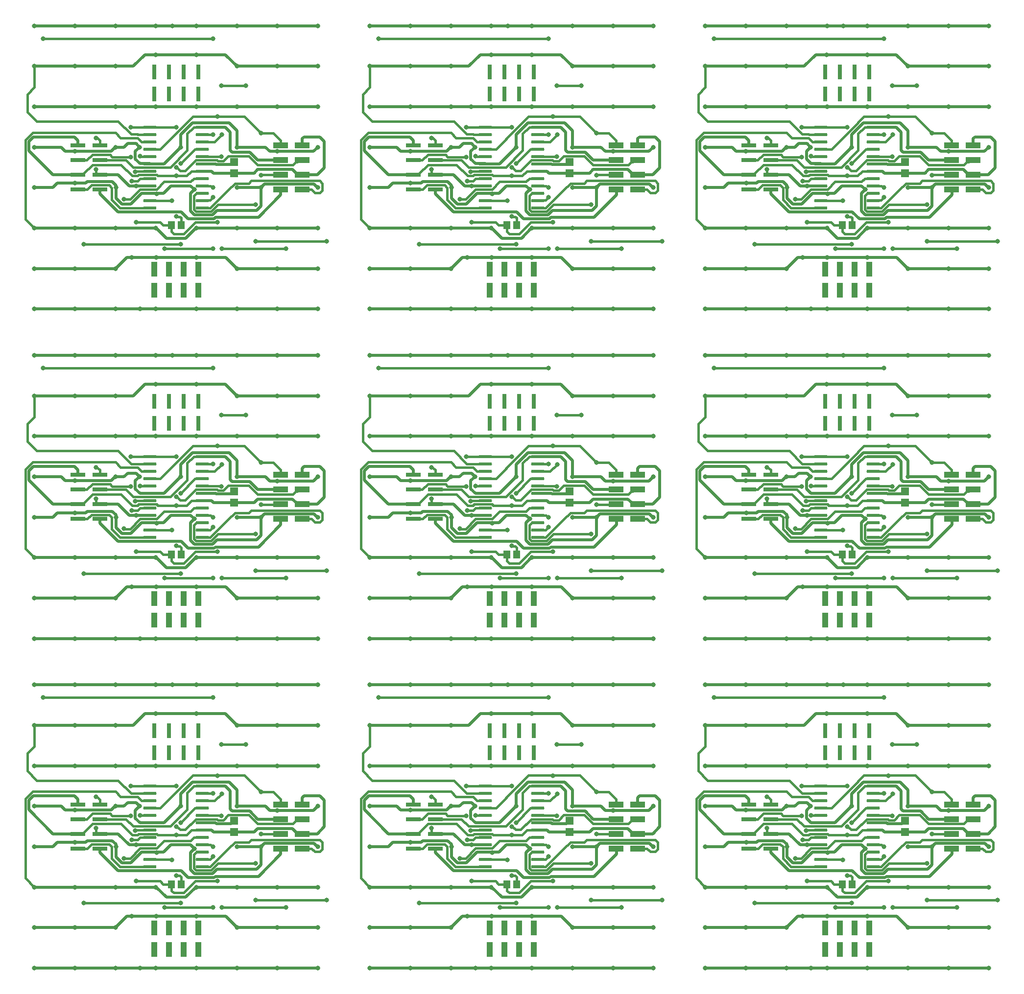
<source format=gbr>
%TF.GenerationSoftware,Altium Limited,Altium Designer,21.6.1 (37)*%
G04 Layer_Physical_Order=2*
G04 Layer_Color=16711680*
%FSLAX43Y43*%
%MOMM*%
%TF.SameCoordinates,8D5B277E-474B-43DD-86F4-B2073A371E15*%
%TF.FilePolarity,Positive*%
%TF.FileFunction,Copper,L2,Bot,Signal*%
%TF.Part,CustomerPanel*%
G01*
G75*
%TA.AperFunction,Conductor*%
%ADD11C,0.508*%
%ADD12C,0.381*%
%TA.AperFunction,ViaPad*%
%ADD13C,0.800*%
%TA.AperFunction,SMDPad,CuDef*%
%ADD14R,0.800X2.500*%
%ADD15R,2.500X0.800*%
%ADD16R,2.500X1.000*%
%ADD17R,1.000X2.500*%
G04:AMPARAMS|DCode=18|XSize=2.298mm|YSize=0.567mm|CornerRadius=0.283mm|HoleSize=0mm|Usage=FLASHONLY|Rotation=0.000|XOffset=0mm|YOffset=0mm|HoleType=Round|Shape=RoundedRectangle|*
%AMROUNDEDRECTD18*
21,1,2.298,0.000,0,0,0.0*
21,1,1.731,0.567,0,0,0.0*
1,1,0.567,0.865,0.000*
1,1,0.567,-0.865,0.000*
1,1,0.567,-0.865,0.000*
1,1,0.567,0.865,0.000*
%
%ADD18ROUNDEDRECTD18*%
%ADD19R,2.298X0.567*%
%ADD20R,1.300X1.450*%
%ADD21R,1.450X1.350*%
D11*
X154000Y140500D02*
X157462D01*
X150468D02*
X154000D01*
X150103Y140865D02*
X150468Y140500D01*
X157462D02*
X158096Y141134D01*
X133926Y133828D02*
X144899D01*
X130790Y136964D02*
X133926Y133828D01*
X130790Y136964D02*
Y137690D01*
X130796D01*
X130942Y137544D01*
X119302Y146774D02*
X126379D01*
X126960Y145310D02*
Y146193D01*
X126379Y146774D02*
X126960Y146193D01*
X118540Y146012D02*
X119302Y146774D01*
X131290Y140230D02*
X133976D01*
X130390D02*
X131290D01*
X159266Y138594D02*
X167827D01*
X158672Y138000D02*
X159266Y138594D01*
X162080Y137690D02*
X162093Y137677D01*
X150764Y132846D02*
X158213D01*
X162093Y136726D02*
Y137677D01*
X158213Y132846D02*
X162093Y136726D01*
X164763Y140476D02*
X165034D01*
X164105Y141134D02*
X164763Y140476D01*
X158096Y141134D02*
X164105D01*
X165034Y140476D02*
X165280Y140230D01*
X168384D01*
X165780Y146476D02*
X166078Y146774D01*
X168832D01*
X165780Y145310D02*
Y146476D01*
X133621Y136194D02*
Y138000D01*
Y136194D02*
X134633Y135182D01*
X136104D01*
X128604Y139025D02*
X132927D01*
X133565Y138079D02*
Y138387D01*
X132927Y139025D02*
X133565Y138387D01*
X144899Y133828D02*
X146088Y132639D01*
X136104Y135182D02*
X137977Y137055D01*
X118540Y144408D02*
Y146012D01*
X122718Y140230D02*
X127260D01*
X118540Y144408D02*
X122718Y140230D01*
X132727Y144306D02*
X133421Y145000D01*
X126456Y144306D02*
X132727D01*
X133421Y145000D02*
X133500D01*
X134989D02*
X135610Y145621D01*
X137038D02*
X137645Y145013D01*
X135610Y145621D02*
X137038D01*
X133500Y145000D02*
X134989D01*
X126529Y138759D02*
X128339D01*
X123439D02*
X126529D01*
X128339D02*
X128604Y139025D01*
X126500Y152000D02*
X147500D01*
X137716Y142145D02*
X139462D01*
X136945Y142917D02*
Y144296D01*
Y142917D02*
X137716Y142145D01*
X136945Y144296D02*
X137645Y144997D01*
Y145013D01*
X151058Y134070D02*
X157889D01*
X158672Y134854D01*
Y138000D01*
X146444Y137011D02*
X147123Y137690D01*
X146444Y134010D02*
Y137011D01*
X146488Y138325D02*
X147123Y137690D01*
X141806Y137020D02*
X143111Y138325D01*
X146488D01*
X150285Y133297D02*
X151058Y134070D01*
X154500Y138000D02*
X158672D01*
X150557Y132639D02*
X150764Y132846D01*
X146088Y132639D02*
X150557D01*
X147158Y133297D02*
X150285D01*
X146444Y134010D02*
X147158Y133297D01*
X140694Y137020D02*
X141806D01*
X148528Y140865D02*
X150103D01*
X150833Y142135D02*
X150966Y142002D01*
X148528Y142135D02*
X150833D01*
X150966Y142002D02*
X153502D01*
X153950Y142450D02*
X154000D01*
X153502Y142002D02*
X153950Y142450D01*
X154500Y131000D02*
X161500D01*
X147421D02*
X154500D01*
X145669Y129248D02*
X147421Y131000D01*
X153338Y144488D02*
Y147635D01*
Y144488D02*
X153676Y144150D01*
X156724D01*
X152488Y148485D02*
X153338Y147635D01*
X152502Y160998D02*
X154500Y159000D01*
X148528Y148485D02*
X152488D01*
X154492Y145008D02*
Y147827D01*
X146773Y149172D02*
X153147D01*
X154492Y147827D01*
Y145008D02*
X154500Y145000D01*
X140506Y137044D02*
X140586Y136964D01*
X139483Y137044D02*
X140506D01*
X140586Y136964D02*
X140665D01*
X139475Y137052D02*
X139483Y137044D01*
X137977Y137055D02*
X139472D01*
X135881Y138325D02*
X137099D01*
X133976Y140230D02*
X135881Y138325D01*
X137099D02*
X139472D01*
X142331Y129248D02*
X145669D01*
X140579Y131000D02*
X142331Y129248D01*
X144740Y145035D02*
Y147140D01*
X146773Y149172D01*
X141880Y142135D02*
X144740Y144996D01*
X139472Y142135D02*
X141880D01*
X154500Y152000D02*
X161500D01*
X168500D01*
X147500D02*
X154500D01*
X156724Y144150D02*
X158104Y142770D01*
X162080D01*
X147494Y161000D02*
X147496Y160998D01*
X140493Y161000D02*
X147494D01*
X138587Y161001D02*
X140491D01*
X147496Y160998D02*
X152502D01*
X140491Y161001D02*
X140493Y161000D01*
X137764Y117000D02*
X140500D01*
X133500D02*
X137764D01*
X136300Y125966D02*
X140538D01*
X135466D02*
X136300D01*
X119500Y145000D02*
X124124D01*
X139462Y142145D02*
X139472Y142135D01*
X140500Y166000D02*
X147500D01*
X168384Y140230D02*
X169594Y141440D01*
X133500Y131000D02*
X140579D01*
X124818Y144306D02*
X126456D01*
X168421Y138000D02*
X168500D01*
X167827Y138594D02*
X168421Y138000D01*
X124124Y145000D02*
X124818Y144306D01*
X136586Y159000D02*
X138587Y161001D01*
X140538Y125946D02*
X147496D01*
X152554D01*
X154500Y124000D01*
X133500D02*
X135466Y125966D01*
X126500Y124000D02*
X133500D01*
X168832Y146774D02*
X169594Y146012D01*
Y141440D02*
Y146012D01*
X154500Y159000D02*
X161500D01*
X126500D02*
X133500D01*
X136586D01*
X161635Y144260D02*
X167760D01*
X160170D02*
X161500D01*
X167760D02*
X168500Y145000D01*
X154500D02*
X159430D01*
X119500Y159000D02*
X126500D01*
X119500Y152000D02*
X126500D01*
X122680Y138000D02*
X123439Y138759D01*
X119500Y138000D02*
X122680D01*
X161500Y159000D02*
X168500D01*
X159430Y145000D02*
X160170Y144260D01*
X147500Y166000D02*
X154500D01*
X161500D01*
X133500D02*
X140500D01*
X126500D02*
X133500D01*
X119500D02*
X126500D01*
X161500D02*
X168500D01*
X154500Y124000D02*
X161500D01*
X168500D01*
X161500Y117000D02*
X168500D01*
X154500D02*
X161500D01*
X147500D02*
X154500D01*
X140500D02*
X147500D01*
X126500D02*
X133500D01*
X119500D02*
X126500D01*
X119500Y124000D02*
X126500D01*
X161500Y131000D02*
X168500D01*
X126500D02*
X133500D01*
X119500D02*
X126500D01*
X154000Y83500D02*
X157462D01*
X150468D02*
X154000D01*
X150103Y83865D02*
X150468Y83500D01*
X157462D02*
X158096Y84134D01*
X133926Y76828D02*
X144899D01*
X130790Y79964D02*
X133926Y76828D01*
X130790Y79964D02*
Y80690D01*
X130796D01*
X130942Y80544D01*
X119302Y89774D02*
X126379D01*
X126960Y88310D02*
Y89193D01*
X126379Y89774D02*
X126960Y89193D01*
X118540Y89012D02*
X119302Y89774D01*
X131290Y83230D02*
X133976D01*
X130390D02*
X131290D01*
X159266Y81594D02*
X167827D01*
X158672Y81000D02*
X159266Y81594D01*
X162080Y80690D02*
X162093Y80677D01*
X150764Y75846D02*
X158213D01*
X162093Y79726D02*
Y80677D01*
X158213Y75846D02*
X162093Y79726D01*
X164763Y83476D02*
X165034D01*
X164105Y84134D02*
X164763Y83476D01*
X158096Y84134D02*
X164105D01*
X165034Y83476D02*
X165280Y83230D01*
X168384D01*
X165780Y89476D02*
X166078Y89774D01*
X168832D01*
X165780Y88310D02*
Y89476D01*
X133621Y79194D02*
Y81000D01*
Y79194D02*
X134633Y78182D01*
X136104D01*
X128604Y82025D02*
X132927D01*
X133565Y81079D02*
Y81387D01*
X132927Y82025D02*
X133565Y81387D01*
X144899Y76828D02*
X146088Y75639D01*
X136104Y78182D02*
X137977Y80055D01*
X118540Y87408D02*
Y89012D01*
X122718Y83230D02*
X127260D01*
X118540Y87408D02*
X122718Y83230D01*
X132727Y87306D02*
X133421Y88000D01*
X126456Y87306D02*
X132727D01*
X133421Y88000D02*
X133500D01*
X134989D02*
X135610Y88621D01*
X137038D02*
X137645Y88013D01*
X135610Y88621D02*
X137038D01*
X133500Y88000D02*
X134989D01*
X126529Y81759D02*
X128339D01*
X123439D02*
X126529D01*
X128339D02*
X128604Y82025D01*
X126500Y95000D02*
X147500D01*
X137716Y85145D02*
X139462D01*
X136945Y85917D02*
Y87296D01*
Y85917D02*
X137716Y85145D01*
X136945Y87296D02*
X137645Y87997D01*
Y88013D01*
X151058Y77070D02*
X157889D01*
X158672Y77854D01*
Y81000D01*
X146444Y80011D02*
X147123Y80690D01*
X146444Y77010D02*
Y80011D01*
X146488Y81325D02*
X147123Y80690D01*
X141806Y80020D02*
X143111Y81325D01*
X146488D01*
X150284Y76297D02*
X151058Y77070D01*
X154500Y81000D02*
X158672D01*
X150557Y75639D02*
X150764Y75846D01*
X146088Y75639D02*
X150557D01*
X147158Y76297D02*
X150284D01*
X146444Y77010D02*
X147158Y76297D01*
X140694Y80020D02*
X141806D01*
X148528Y83865D02*
X150103D01*
X150833Y85135D02*
X150966Y85002D01*
X148528Y85135D02*
X150833D01*
X150966Y85002D02*
X153502D01*
X153950Y85450D02*
X154000D01*
X153502Y85002D02*
X153950Y85450D01*
X154500Y74000D02*
X161500D01*
X147421D02*
X154500D01*
X145669Y72248D02*
X147421Y74000D01*
X153338Y87488D02*
Y90635D01*
Y87488D02*
X153676Y87150D01*
X156724D01*
X152488Y91485D02*
X153338Y90635D01*
X152502Y103998D02*
X154500Y102000D01*
X148528Y91485D02*
X152488D01*
X154492Y88008D02*
Y90827D01*
X146773Y92172D02*
X153147D01*
X154492Y90827D01*
Y88008D02*
X154500Y88000D01*
X140506Y80044D02*
X140586Y79964D01*
X139483Y80044D02*
X140506D01*
X140586Y79964D02*
X140665D01*
X139475Y80052D02*
X139483Y80044D01*
X137977Y80055D02*
X139472D01*
X135881Y81325D02*
X137099D01*
X133976Y83230D02*
X135881Y81325D01*
X137099D02*
X139472D01*
X142331Y72248D02*
X145669D01*
X140579Y74000D02*
X142331Y72248D01*
X144740Y88035D02*
Y90140D01*
X146773Y92172D01*
X141880Y85135D02*
X144740Y87996D01*
X139472Y85135D02*
X141880D01*
X154500Y95000D02*
X161500D01*
X168500D01*
X147500D02*
X154500D01*
X156724Y87150D02*
X158104Y85770D01*
X162080D01*
X147494Y104000D02*
X147496Y103998D01*
X140493Y104000D02*
X147494D01*
X138587Y104001D02*
X140491D01*
X147496Y103998D02*
X152502D01*
X140491Y104001D02*
X140493Y104000D01*
X137764Y60000D02*
X140500D01*
X133500D02*
X137764D01*
X136300Y68966D02*
X140538D01*
X135466D02*
X136300D01*
X119500Y88000D02*
X124124D01*
X139462Y85145D02*
X139472Y85135D01*
X140500Y109000D02*
X147500D01*
X168384Y83230D02*
X169594Y84440D01*
X133500Y74000D02*
X140579D01*
X124818Y87306D02*
X126456D01*
X168421Y81000D02*
X168500D01*
X167827Y81594D02*
X168421Y81000D01*
X124124Y88000D02*
X124818Y87306D01*
X136586Y102000D02*
X138587Y104001D01*
X140538Y68946D02*
X147496D01*
X152554D01*
X154500Y67000D01*
X133500D02*
X135466Y68966D01*
X126500Y67000D02*
X133500D01*
X168832Y89774D02*
X169594Y89012D01*
Y84440D02*
Y89012D01*
X154500Y102000D02*
X161500D01*
X126500D02*
X133500D01*
X136586D01*
X161635Y87260D02*
X167760D01*
X160170D02*
X161500D01*
X167760D02*
X168500Y88000D01*
X154500D02*
X159430D01*
X119500Y102000D02*
X126500D01*
X119500Y95000D02*
X126500D01*
X122680Y81000D02*
X123439Y81759D01*
X119500Y81000D02*
X122680D01*
X161500Y102000D02*
X168500D01*
X159430Y88000D02*
X160170Y87260D01*
X147500Y109000D02*
X154500D01*
X161500D01*
X133500D02*
X140500D01*
X126500D02*
X133500D01*
X119500D02*
X126500D01*
X161500D02*
X168500D01*
X154500Y67000D02*
X161500D01*
X168500D01*
X161500Y60000D02*
X168500D01*
X154500D02*
X161500D01*
X147500D02*
X154500D01*
X140500D02*
X147500D01*
X126500D02*
X133500D01*
X119500D02*
X126500D01*
X119500Y67000D02*
X126500D01*
X161500Y74000D02*
X168500D01*
X126500D02*
X133500D01*
X119500D02*
X126500D01*
X154000Y26500D02*
X157462D01*
X150468D02*
X154000D01*
X150103Y26865D02*
X150468Y26500D01*
X157462D02*
X158096Y27134D01*
X133926Y19828D02*
X144899D01*
X130790Y22964D02*
X133926Y19828D01*
X130790Y22964D02*
Y23690D01*
X130796D01*
X130942Y23544D01*
X119302Y32774D02*
X126379D01*
X126960Y31310D02*
Y32193D01*
X126379Y32774D02*
X126960Y32193D01*
X118540Y32012D02*
X119302Y32774D01*
X131290Y26230D02*
X133976D01*
X130390D02*
X131290D01*
X159266Y24594D02*
X167827D01*
X158672Y24000D02*
X159266Y24594D01*
X162080Y23690D02*
X162093Y23677D01*
X150764Y18846D02*
X158213D01*
X162093Y22726D02*
Y23677D01*
X158213Y18846D02*
X162093Y22726D01*
X164763Y26476D02*
X165034D01*
X164105Y27134D02*
X164763Y26476D01*
X158096Y27134D02*
X164105D01*
X165034Y26476D02*
X165280Y26230D01*
X168384D01*
X165780Y32476D02*
X166078Y32774D01*
X168832D01*
X165780Y31310D02*
Y32476D01*
X133621Y22194D02*
Y24000D01*
Y22194D02*
X134633Y21182D01*
X136104D01*
X128604Y25025D02*
X132927D01*
X133565Y24079D02*
Y24387D01*
X132927Y25025D02*
X133565Y24387D01*
X144899Y19828D02*
X146088Y18639D01*
X136104Y21182D02*
X137977Y23055D01*
X118540Y30408D02*
Y32012D01*
X122718Y26230D02*
X127260D01*
X118540Y30408D02*
X122718Y26230D01*
X132727Y30306D02*
X133421Y31000D01*
X126456Y30306D02*
X132727D01*
X133421Y31000D02*
X133500D01*
X134989D02*
X135610Y31621D01*
X137038D02*
X137645Y31013D01*
X135610Y31621D02*
X137038D01*
X133500Y31000D02*
X134989D01*
X126529Y24759D02*
X128339D01*
X123439D02*
X126529D01*
X128339D02*
X128604Y25025D01*
X126500Y38000D02*
X147500D01*
X137716Y28145D02*
X139462D01*
X136945Y28917D02*
Y30296D01*
Y28917D02*
X137716Y28145D01*
X136945Y30296D02*
X137645Y30997D01*
Y31013D01*
X151058Y20070D02*
X157889D01*
X158672Y20854D01*
Y24000D01*
X146444Y23011D02*
X147123Y23690D01*
X146444Y20010D02*
Y23011D01*
X146488Y24325D02*
X147123Y23690D01*
X141806Y23020D02*
X143111Y24325D01*
X146488D01*
X150284Y19297D02*
X151058Y20070D01*
X154500Y24000D02*
X158672D01*
X150557Y18639D02*
X150764Y18846D01*
X146088Y18639D02*
X150557D01*
X147158Y19297D02*
X150284D01*
X146444Y20010D02*
X147158Y19297D01*
X140694Y23020D02*
X141806D01*
X148528Y26865D02*
X150103D01*
X150833Y28135D02*
X150966Y28002D01*
X148528Y28135D02*
X150833D01*
X150966Y28002D02*
X153502D01*
X153950Y28450D02*
X154000D01*
X153502Y28002D02*
X153950Y28450D01*
X154500Y17000D02*
X161500D01*
X147421D02*
X154500D01*
X145669Y15248D02*
X147421Y17000D01*
X153338Y30488D02*
Y33635D01*
Y30488D02*
X153676Y30150D01*
X156724D01*
X152488Y34485D02*
X153338Y33635D01*
X152502Y46998D02*
X154500Y45000D01*
X148528Y34485D02*
X152488D01*
X154492Y31008D02*
Y33827D01*
X146773Y35172D02*
X153147D01*
X154492Y33827D01*
Y31008D02*
X154500Y31000D01*
X140506Y23044D02*
X140586Y22964D01*
X139483Y23044D02*
X140506D01*
X140586Y22964D02*
X140665D01*
X139475Y23052D02*
X139483Y23044D01*
X137977Y23055D02*
X139472D01*
X135881Y24325D02*
X137099D01*
X133976Y26230D02*
X135881Y24325D01*
X137099D02*
X139472D01*
X142331Y15248D02*
X145669D01*
X140579Y17000D02*
X142331Y15248D01*
X144740Y31035D02*
Y33140D01*
X146773Y35172D01*
X141880Y28135D02*
X144740Y30996D01*
X139472Y28135D02*
X141880D01*
X154500Y38000D02*
X161500D01*
X168500D01*
X147500D02*
X154500D01*
X156724Y30150D02*
X158104Y28770D01*
X162080D01*
X147494Y47000D02*
X147496Y46998D01*
X140493Y47000D02*
X147494D01*
X138587Y47001D02*
X140491D01*
X147496Y46998D02*
X152502D01*
X140491Y47001D02*
X140493Y47000D01*
X137764Y3000D02*
X140500D01*
X133500D02*
X137764D01*
X136300Y11966D02*
X140538D01*
X135466D02*
X136300D01*
X119500Y31000D02*
X124124D01*
X139462Y28145D02*
X139472Y28135D01*
X140500Y52000D02*
X147500D01*
X168384Y26230D02*
X169594Y27440D01*
X133500Y17000D02*
X140579D01*
X124818Y30306D02*
X126456D01*
X168421Y24000D02*
X168500D01*
X167827Y24594D02*
X168421Y24000D01*
X124124Y31000D02*
X124818Y30306D01*
X136586Y45000D02*
X138587Y47001D01*
X140538Y11946D02*
X147496D01*
X152554D01*
X154500Y10000D01*
X133500D02*
X135466Y11966D01*
X126500Y10000D02*
X133500D01*
X168832Y32774D02*
X169594Y32012D01*
Y27440D02*
Y32012D01*
X154500Y45000D02*
X161500D01*
X126500D02*
X133500D01*
X136586D01*
X161635Y30260D02*
X167760D01*
X160170D02*
X161500D01*
X167760D02*
X168500Y31000D01*
X154500D02*
X159430D01*
X119500Y45000D02*
X126500D01*
X119500Y38000D02*
X126500D01*
X122680Y24000D02*
X123439Y24759D01*
X119500Y24000D02*
X122680D01*
X161500Y45000D02*
X168500D01*
X159430Y31000D02*
X160170Y30260D01*
X147500Y52000D02*
X154500D01*
X161500D01*
X133500D02*
X140500D01*
X126500D02*
X133500D01*
X119500D02*
X126500D01*
X161500D02*
X168500D01*
X154500Y10000D02*
X161500D01*
X168500D01*
X161500Y3000D02*
X168500D01*
X154500D02*
X161500D01*
X147500D02*
X154500D01*
X140500D02*
X147500D01*
X126500D02*
X133500D01*
X119500D02*
X126500D01*
X119500Y10000D02*
X126500D01*
X161500Y17000D02*
X168500D01*
X126500D02*
X133500D01*
X119500D02*
X126500D01*
X96000Y140500D02*
X99462D01*
X92468D02*
X96000D01*
X92103Y140865D02*
X92468Y140500D01*
X99462D02*
X100096Y141134D01*
X75926Y133828D02*
X86899D01*
X72790Y136964D02*
X75926Y133828D01*
X72790Y136964D02*
Y137690D01*
X72796D01*
X72942Y137544D01*
X61302Y146774D02*
X68379D01*
X68960Y145310D02*
Y146193D01*
X68379Y146774D02*
X68960Y146193D01*
X60540Y146012D02*
X61302Y146774D01*
X73290Y140230D02*
X75976D01*
X72390D02*
X73290D01*
X101266Y138594D02*
X109827D01*
X100672Y138000D02*
X101266Y138594D01*
X104080Y137690D02*
X104093Y137677D01*
X92764Y132846D02*
X100213D01*
X104093Y136726D02*
Y137677D01*
X100213Y132846D02*
X104093Y136726D01*
X106763Y140476D02*
X107034D01*
X106105Y141134D02*
X106763Y140476D01*
X100096Y141134D02*
X106105D01*
X107034Y140476D02*
X107280Y140230D01*
X110384D01*
X107780Y146476D02*
X108078Y146774D01*
X110832D01*
X107780Y145310D02*
Y146476D01*
X75621Y136194D02*
Y138000D01*
Y136194D02*
X76633Y135182D01*
X78104D01*
X70604Y139025D02*
X74927D01*
X75565Y138079D02*
Y138387D01*
X74927Y139025D02*
X75565Y138387D01*
X86899Y133828D02*
X88088Y132639D01*
X78104Y135182D02*
X79977Y137055D01*
X60540Y144408D02*
Y146012D01*
X64718Y140230D02*
X69260D01*
X60540Y144408D02*
X64718Y140230D01*
X74727Y144306D02*
X75421Y145000D01*
X68456Y144306D02*
X74727D01*
X75421Y145000D02*
X75500D01*
X76989D02*
X77610Y145621D01*
X79038D02*
X79645Y145013D01*
X77610Y145621D02*
X79038D01*
X75500Y145000D02*
X76989D01*
X68529Y138759D02*
X70339D01*
X65439D02*
X68529D01*
X70339D02*
X70604Y139025D01*
X68500Y152000D02*
X89500D01*
X79716Y142145D02*
X81462D01*
X78945Y142917D02*
Y144296D01*
Y142917D02*
X79716Y142145D01*
X78945Y144296D02*
X79645Y144997D01*
Y145013D01*
X93058Y134070D02*
X99889D01*
X100672Y134854D01*
Y138000D01*
X88444Y137011D02*
X89123Y137690D01*
X88444Y134010D02*
Y137011D01*
X88488Y138325D02*
X89123Y137690D01*
X83806Y137020D02*
X85111Y138325D01*
X88488D01*
X92284Y133297D02*
X93058Y134070D01*
X96500Y138000D02*
X100672D01*
X92557Y132639D02*
X92764Y132846D01*
X88088Y132639D02*
X92557D01*
X89158Y133297D02*
X92284D01*
X88444Y134010D02*
X89158Y133297D01*
X82694Y137020D02*
X83806D01*
X90528Y140865D02*
X92103D01*
X92833Y142135D02*
X92966Y142002D01*
X90528Y142135D02*
X92833D01*
X92966Y142002D02*
X95502D01*
X95950Y142450D02*
X96000D01*
X95502Y142002D02*
X95950Y142450D01*
X96500Y131000D02*
X103500D01*
X89421D02*
X96500D01*
X87669Y129248D02*
X89421Y131000D01*
X95338Y144488D02*
Y147635D01*
Y144488D02*
X95676Y144150D01*
X98724D01*
X94488Y148485D02*
X95338Y147635D01*
X94502Y160998D02*
X96500Y159000D01*
X90528Y148485D02*
X94488D01*
X96492Y145008D02*
Y147827D01*
X88773Y149172D02*
X95147D01*
X96492Y147827D01*
Y145008D02*
X96500Y145000D01*
X82506Y137044D02*
X82586Y136964D01*
X81483Y137044D02*
X82506D01*
X82586Y136964D02*
X82665D01*
X81475Y137052D02*
X81483Y137044D01*
X79977Y137055D02*
X81472D01*
X77881Y138325D02*
X79099D01*
X75976Y140230D02*
X77881Y138325D01*
X79099D02*
X81472D01*
X84331Y129248D02*
X87669D01*
X82579Y131000D02*
X84331Y129248D01*
X86741Y145035D02*
Y147140D01*
X88773Y149172D01*
X83880Y142135D02*
X86741Y144996D01*
X81472Y142135D02*
X83880D01*
X96500Y152000D02*
X103500D01*
X110500D01*
X89500D02*
X96500D01*
X98724Y144150D02*
X100104Y142770D01*
X104080D01*
X89494Y161000D02*
X89496Y160998D01*
X82493Y161000D02*
X89494D01*
X80587Y161001D02*
X82491D01*
X89496Y160998D02*
X94502D01*
X82491Y161001D02*
X82493Y161000D01*
X79764Y117000D02*
X82500D01*
X75500D02*
X79764D01*
X78300Y125966D02*
X82538D01*
X77466D02*
X78300D01*
X61500Y145000D02*
X66124D01*
X81462Y142145D02*
X81472Y142135D01*
X82500Y166000D02*
X89500D01*
X110384Y140230D02*
X111594Y141440D01*
X75500Y131000D02*
X82579D01*
X66818Y144306D02*
X68456D01*
X110421Y138000D02*
X110500D01*
X109827Y138594D02*
X110421Y138000D01*
X66124Y145000D02*
X66818Y144306D01*
X78586Y159000D02*
X80587Y161001D01*
X82538Y125946D02*
X89496D01*
X94554D01*
X96500Y124000D01*
X75500D02*
X77466Y125966D01*
X68500Y124000D02*
X75500D01*
X110832Y146774D02*
X111594Y146012D01*
Y141440D02*
Y146012D01*
X96500Y159000D02*
X103500D01*
X68500D02*
X75500D01*
X78586D01*
X103635Y144260D02*
X109760D01*
X102170D02*
X103500D01*
X109760D02*
X110500Y145000D01*
X96500D02*
X101430D01*
X61500Y159000D02*
X68500D01*
X61500Y152000D02*
X68500D01*
X64680Y138000D02*
X65439Y138759D01*
X61500Y138000D02*
X64680D01*
X103500Y159000D02*
X110500D01*
X101430Y145000D02*
X102170Y144260D01*
X89500Y166000D02*
X96500D01*
X103500D01*
X75500D02*
X82500D01*
X68500D02*
X75500D01*
X61500D02*
X68500D01*
X103500D02*
X110500D01*
X96500Y124000D02*
X103500D01*
X110500D01*
X103500Y117000D02*
X110500D01*
X96500D02*
X103500D01*
X89500D02*
X96500D01*
X82500D02*
X89500D01*
X68500D02*
X75500D01*
X61500D02*
X68500D01*
X61500Y124000D02*
X68500D01*
X103500Y131000D02*
X110500D01*
X68500D02*
X75500D01*
X61500D02*
X68500D01*
X96000Y83500D02*
X99462D01*
X92468D02*
X96000D01*
X92103Y83865D02*
X92468Y83500D01*
X99462D02*
X100096Y84134D01*
X75926Y76828D02*
X86899D01*
X72790Y79964D02*
X75926Y76828D01*
X72790Y79964D02*
Y80690D01*
X72796D01*
X72942Y80544D01*
X61302Y89774D02*
X68379D01*
X68960Y88310D02*
Y89193D01*
X68379Y89774D02*
X68960Y89193D01*
X60540Y89012D02*
X61302Y89774D01*
X73290Y83230D02*
X75976D01*
X72390D02*
X73290D01*
X101266Y81594D02*
X109827D01*
X100672Y81000D02*
X101266Y81594D01*
X104080Y80690D02*
X104093Y80677D01*
X92764Y75846D02*
X100213D01*
X104093Y79726D02*
Y80677D01*
X100213Y75846D02*
X104093Y79726D01*
X106763Y83476D02*
X107034D01*
X106105Y84134D02*
X106763Y83476D01*
X100096Y84134D02*
X106105D01*
X107034Y83476D02*
X107280Y83230D01*
X110384D01*
X107780Y89476D02*
X108078Y89774D01*
X110832D01*
X107780Y88310D02*
Y89476D01*
X75621Y79194D02*
Y81000D01*
Y79194D02*
X76633Y78182D01*
X78104D01*
X70604Y82025D02*
X74927D01*
X75565Y81079D02*
Y81387D01*
X74927Y82025D02*
X75565Y81387D01*
X86899Y76828D02*
X88088Y75639D01*
X78104Y78182D02*
X79977Y80055D01*
X60540Y87408D02*
Y89012D01*
X64718Y83230D02*
X69260D01*
X60540Y87408D02*
X64718Y83230D01*
X74727Y87306D02*
X75421Y88000D01*
X68456Y87306D02*
X74727D01*
X75421Y88000D02*
X75500D01*
X76989D02*
X77610Y88621D01*
X79038D02*
X79645Y88013D01*
X77610Y88621D02*
X79038D01*
X75500Y88000D02*
X76989D01*
X68529Y81759D02*
X70339D01*
X65439D02*
X68529D01*
X70339D02*
X70604Y82025D01*
X68500Y95000D02*
X89500D01*
X79716Y85145D02*
X81462D01*
X78945Y85917D02*
Y87296D01*
Y85917D02*
X79716Y85145D01*
X78945Y87296D02*
X79645Y87997D01*
Y88013D01*
X93058Y77070D02*
X99889D01*
X100672Y77854D01*
Y81000D01*
X88444Y80011D02*
X89123Y80690D01*
X88444Y77010D02*
Y80011D01*
X88488Y81325D02*
X89123Y80690D01*
X83806Y80020D02*
X85111Y81325D01*
X88488D01*
X92284Y76297D02*
X93058Y77070D01*
X96500Y81000D02*
X100672D01*
X92557Y75639D02*
X92764Y75846D01*
X88088Y75639D02*
X92557D01*
X89158Y76297D02*
X92284D01*
X88444Y77010D02*
X89158Y76297D01*
X82694Y80020D02*
X83806D01*
X90528Y83865D02*
X92103D01*
X92833Y85135D02*
X92966Y85002D01*
X90528Y85135D02*
X92833D01*
X92966Y85002D02*
X95502D01*
X95950Y85450D02*
X96000D01*
X95502Y85002D02*
X95950Y85450D01*
X96500Y74000D02*
X103500D01*
X89421D02*
X96500D01*
X87669Y72248D02*
X89421Y74000D01*
X95338Y87488D02*
Y90635D01*
Y87488D02*
X95676Y87150D01*
X98724D01*
X94488Y91485D02*
X95338Y90635D01*
X94502Y103998D02*
X96500Y102000D01*
X90528Y91485D02*
X94488D01*
X96492Y88008D02*
Y90827D01*
X88773Y92172D02*
X95147D01*
X96492Y90827D01*
Y88008D02*
X96500Y88000D01*
X82506Y80044D02*
X82586Y79964D01*
X81483Y80044D02*
X82506D01*
X82586Y79964D02*
X82665D01*
X81475Y80052D02*
X81483Y80044D01*
X79977Y80055D02*
X81472D01*
X77881Y81325D02*
X79099D01*
X75976Y83230D02*
X77881Y81325D01*
X79099D02*
X81472D01*
X84331Y72248D02*
X87669D01*
X82579Y74000D02*
X84331Y72248D01*
X86741Y88035D02*
Y90140D01*
X88773Y92172D01*
X83880Y85135D02*
X86741Y87996D01*
X81472Y85135D02*
X83880D01*
X96500Y95000D02*
X103500D01*
X110500D01*
X89500D02*
X96500D01*
X98724Y87150D02*
X100104Y85770D01*
X104080D01*
X89494Y104000D02*
X89496Y103998D01*
X82493Y104000D02*
X89494D01*
X80587Y104001D02*
X82491D01*
X89496Y103998D02*
X94502D01*
X82491Y104001D02*
X82493Y104000D01*
X79764Y60000D02*
X82500D01*
X75500D02*
X79764D01*
X78300Y68966D02*
X82538D01*
X77466D02*
X78300D01*
X61500Y88000D02*
X66124D01*
X81462Y85145D02*
X81472Y85135D01*
X82500Y109000D02*
X89500D01*
X110384Y83230D02*
X111594Y84440D01*
X75500Y74000D02*
X82579D01*
X66818Y87306D02*
X68456D01*
X110421Y81000D02*
X110500D01*
X109827Y81594D02*
X110421Y81000D01*
X66124Y88000D02*
X66818Y87306D01*
X78586Y102000D02*
X80587Y104001D01*
X82538Y68946D02*
X89496D01*
X94554D01*
X96500Y67000D01*
X75500D02*
X77466Y68966D01*
X68500Y67000D02*
X75500D01*
X110832Y89774D02*
X111594Y89012D01*
Y84440D02*
Y89012D01*
X96500Y102000D02*
X103500D01*
X68500D02*
X75500D01*
X78586D01*
X103635Y87260D02*
X109760D01*
X102170D02*
X103500D01*
X109760D02*
X110500Y88000D01*
X96500D02*
X101430D01*
X61500Y102000D02*
X68500D01*
X61500Y95000D02*
X68500D01*
X64680Y81000D02*
X65439Y81759D01*
X61500Y81000D02*
X64680D01*
X103500Y102000D02*
X110500D01*
X101430Y88000D02*
X102170Y87260D01*
X89500Y109000D02*
X96500D01*
X103500D01*
X75500D02*
X82500D01*
X68500D02*
X75500D01*
X61500D02*
X68500D01*
X103500D02*
X110500D01*
X96500Y67000D02*
X103500D01*
X110500D01*
X103500Y60000D02*
X110500D01*
X96500D02*
X103500D01*
X89500D02*
X96500D01*
X82500D02*
X89500D01*
X68500D02*
X75500D01*
X61500D02*
X68500D01*
X61500Y67000D02*
X68500D01*
X103500Y74000D02*
X110500D01*
X68500D02*
X75500D01*
X61500D02*
X68500D01*
X96000Y26500D02*
X99462D01*
X92468D02*
X96000D01*
X92103Y26865D02*
X92468Y26500D01*
X99462D02*
X100096Y27134D01*
X75926Y19828D02*
X86899D01*
X72790Y22964D02*
X75926Y19828D01*
X72790Y22964D02*
Y23690D01*
X72796D01*
X72942Y23544D01*
X61302Y32774D02*
X68379D01*
X68960Y31310D02*
Y32193D01*
X68379Y32774D02*
X68960Y32193D01*
X60540Y32012D02*
X61302Y32774D01*
X73290Y26230D02*
X75976D01*
X72390D02*
X73290D01*
X101266Y24594D02*
X109827D01*
X100672Y24000D02*
X101266Y24594D01*
X104080Y23690D02*
X104093Y23677D01*
X92764Y18846D02*
X100213D01*
X104093Y22726D02*
Y23677D01*
X100213Y18846D02*
X104093Y22726D01*
X106763Y26476D02*
X107034D01*
X106105Y27134D02*
X106763Y26476D01*
X100096Y27134D02*
X106105D01*
X107034Y26476D02*
X107280Y26230D01*
X110384D01*
X107780Y32476D02*
X108078Y32774D01*
X110832D01*
X107780Y31310D02*
Y32476D01*
X75621Y22194D02*
Y24000D01*
Y22194D02*
X76633Y21182D01*
X78104D01*
X70604Y25025D02*
X74927D01*
X75565Y24079D02*
Y24387D01*
X74927Y25025D02*
X75565Y24387D01*
X86899Y19828D02*
X88088Y18639D01*
X78104Y21182D02*
X79977Y23055D01*
X60540Y30408D02*
Y32012D01*
X64718Y26230D02*
X69260D01*
X60540Y30408D02*
X64718Y26230D01*
X74727Y30306D02*
X75421Y31000D01*
X68456Y30306D02*
X74727D01*
X75421Y31000D02*
X75500D01*
X76989D02*
X77610Y31621D01*
X79038D02*
X79645Y31013D01*
X77610Y31621D02*
X79038D01*
X75500Y31000D02*
X76989D01*
X68529Y24759D02*
X70339D01*
X65439D02*
X68529D01*
X70339D02*
X70604Y25025D01*
X68500Y38000D02*
X89500D01*
X79716Y28145D02*
X81462D01*
X78945Y28917D02*
Y30296D01*
Y28917D02*
X79716Y28145D01*
X78945Y30296D02*
X79645Y30997D01*
Y31013D01*
X93058Y20070D02*
X99889D01*
X100672Y20854D01*
Y24000D01*
X88444Y23011D02*
X89123Y23690D01*
X88444Y20010D02*
Y23011D01*
X88488Y24325D02*
X89123Y23690D01*
X83806Y23020D02*
X85111Y24325D01*
X88488D01*
X92284Y19297D02*
X93058Y20070D01*
X96500Y24000D02*
X100672D01*
X92557Y18639D02*
X92764Y18846D01*
X88088Y18639D02*
X92557D01*
X89158Y19297D02*
X92284D01*
X88444Y20010D02*
X89158Y19297D01*
X82694Y23020D02*
X83806D01*
X90528Y26865D02*
X92103D01*
X92833Y28135D02*
X92966Y28002D01*
X90528Y28135D02*
X92833D01*
X92966Y28002D02*
X95502D01*
X95950Y28450D02*
X96000D01*
X95502Y28002D02*
X95950Y28450D01*
X96500Y17000D02*
X103500D01*
X89421D02*
X96500D01*
X87669Y15248D02*
X89421Y17000D01*
X95338Y30488D02*
Y33635D01*
Y30488D02*
X95676Y30150D01*
X98724D01*
X94488Y34485D02*
X95338Y33635D01*
X94502Y46998D02*
X96500Y45000D01*
X90528Y34485D02*
X94488D01*
X96492Y31008D02*
Y33827D01*
X88773Y35172D02*
X95147D01*
X96492Y33827D01*
Y31008D02*
X96500Y31000D01*
X82506Y23044D02*
X82586Y22964D01*
X81483Y23044D02*
X82506D01*
X82586Y22964D02*
X82665D01*
X81475Y23052D02*
X81483Y23044D01*
X79977Y23055D02*
X81472D01*
X77881Y24325D02*
X79099D01*
X75976Y26230D02*
X77881Y24325D01*
X79099D02*
X81472D01*
X84331Y15248D02*
X87669D01*
X82579Y17000D02*
X84331Y15248D01*
X86741Y31035D02*
Y33140D01*
X88773Y35172D01*
X83880Y28135D02*
X86741Y30996D01*
X81472Y28135D02*
X83880D01*
X96500Y38000D02*
X103500D01*
X110500D01*
X89500D02*
X96500D01*
X98724Y30150D02*
X100104Y28770D01*
X104080D01*
X89494Y47000D02*
X89496Y46998D01*
X82493Y47000D02*
X89494D01*
X80587Y47001D02*
X82491D01*
X89496Y46998D02*
X94502D01*
X82491Y47001D02*
X82493Y47000D01*
X79764Y3000D02*
X82500D01*
X75500D02*
X79764D01*
X78300Y11966D02*
X82538D01*
X77466D02*
X78300D01*
X61500Y31000D02*
X66124D01*
X81462Y28145D02*
X81472Y28135D01*
X82500Y52000D02*
X89500D01*
X110384Y26230D02*
X111594Y27440D01*
X75500Y17000D02*
X82579D01*
X66818Y30306D02*
X68456D01*
X110421Y24000D02*
X110500D01*
X109827Y24594D02*
X110421Y24000D01*
X66124Y31000D02*
X66818Y30306D01*
X78586Y45000D02*
X80587Y47001D01*
X82538Y11946D02*
X89496D01*
X94554D01*
X96500Y10000D01*
X75500D02*
X77466Y11966D01*
X68500Y10000D02*
X75500D01*
X110832Y32774D02*
X111594Y32012D01*
Y27440D02*
Y32012D01*
X96500Y45000D02*
X103500D01*
X68500D02*
X75500D01*
X78586D01*
X103635Y30260D02*
X109760D01*
X102170D02*
X103500D01*
X109760D02*
X110500Y31000D01*
X96500D02*
X101430D01*
X61500Y45000D02*
X68500D01*
X61500Y38000D02*
X68500D01*
X64680Y24000D02*
X65439Y24759D01*
X61500Y24000D02*
X64680D01*
X103500Y45000D02*
X110500D01*
X101430Y31000D02*
X102170Y30260D01*
X89500Y52000D02*
X96500D01*
X103500D01*
X75500D02*
X82500D01*
X68500D02*
X75500D01*
X61500D02*
X68500D01*
X103500D02*
X110500D01*
X96500Y10000D02*
X103500D01*
X110500D01*
X103500Y3000D02*
X110500D01*
X96500D02*
X103500D01*
X89500D02*
X96500D01*
X82500D02*
X89500D01*
X68500D02*
X75500D01*
X61500D02*
X68500D01*
X61500Y10000D02*
X68500D01*
X103500Y17000D02*
X110500D01*
X68500D02*
X75500D01*
X61500D02*
X68500D01*
X38000Y140500D02*
X41462D01*
X34468D02*
X38000D01*
X34103Y140865D02*
X34468Y140500D01*
X41462D02*
X42096Y141134D01*
X17926Y133828D02*
X28899D01*
X14790Y136964D02*
X17926Y133828D01*
X14790Y136964D02*
Y137690D01*
X14796D01*
X14942Y137544D01*
X3302Y146774D02*
X10379D01*
X10960Y145310D02*
Y146193D01*
X10379Y146774D02*
X10960Y146193D01*
X2540Y146012D02*
X3302Y146774D01*
X15290Y140230D02*
X17976D01*
X14390D02*
X15290D01*
X43266Y138594D02*
X51827D01*
X42672Y138000D02*
X43266Y138594D01*
X46080Y137690D02*
X46093Y137677D01*
X34764Y132846D02*
X42213D01*
X46093Y136726D02*
Y137677D01*
X42213Y132846D02*
X46093Y136726D01*
X48763Y140476D02*
X49034D01*
X48105Y141134D02*
X48763Y140476D01*
X42096Y141134D02*
X48105D01*
X49034Y140476D02*
X49280Y140230D01*
X52384D01*
X49780Y146476D02*
X50078Y146774D01*
X52832D01*
X49780Y145310D02*
Y146476D01*
X17621Y136194D02*
Y138000D01*
Y136194D02*
X18633Y135182D01*
X20104D01*
X12604Y139025D02*
X16927D01*
X17565Y138079D02*
Y138387D01*
X16927Y139025D02*
X17565Y138387D01*
X28899Y133828D02*
X30088Y132639D01*
X20104Y135182D02*
X21977Y137055D01*
X2540Y144408D02*
Y146012D01*
X6718Y140230D02*
X11260D01*
X2540Y144408D02*
X6718Y140230D01*
X16727Y144306D02*
X17421Y145000D01*
X10456Y144306D02*
X16727D01*
X17421Y145000D02*
X17500D01*
X18989D02*
X19610Y145621D01*
X21038D02*
X21645Y145013D01*
X19610Y145621D02*
X21038D01*
X17500Y145000D02*
X18989D01*
X10529Y138759D02*
X12339D01*
X7439D02*
X10529D01*
X12339D02*
X12604Y139025D01*
X10500Y152000D02*
X31500D01*
X21716Y142145D02*
X23462D01*
X20945Y142917D02*
Y144296D01*
Y142917D02*
X21716Y142145D01*
X20945Y144296D02*
X21645Y144997D01*
Y145013D01*
X35058Y134070D02*
X41889D01*
X42672Y134854D01*
Y138000D01*
X30444Y137011D02*
X31123Y137690D01*
X30444Y134010D02*
Y137011D01*
X30488Y138325D02*
X31123Y137690D01*
X25806Y137020D02*
X27111Y138325D01*
X30488D01*
X34285Y133297D02*
X35058Y134070D01*
X38500Y138000D02*
X42672D01*
X34557Y132639D02*
X34764Y132846D01*
X30088Y132639D02*
X34557D01*
X31158Y133297D02*
X34285D01*
X30444Y134010D02*
X31158Y133297D01*
X24694Y137020D02*
X25806D01*
X32528Y140865D02*
X34103D01*
X34833Y142135D02*
X34966Y142002D01*
X32528Y142135D02*
X34833D01*
X34966Y142002D02*
X37502D01*
X37950Y142450D02*
X38000D01*
X37502Y142002D02*
X37950Y142450D01*
X38500Y131000D02*
X45500D01*
X31421D02*
X38500D01*
X29669Y129248D02*
X31421Y131000D01*
X37338Y144488D02*
Y147635D01*
Y144488D02*
X37676Y144150D01*
X40724D01*
X36488Y148485D02*
X37338Y147635D01*
X36502Y160998D02*
X38500Y159000D01*
X32528Y148485D02*
X36488D01*
X38492Y145008D02*
Y147827D01*
X30773Y149172D02*
X37147D01*
X38492Y147827D01*
Y145008D02*
X38500Y145000D01*
X24506Y137044D02*
X24586Y136964D01*
X23483Y137044D02*
X24506D01*
X24586Y136964D02*
X24665D01*
X23475Y137052D02*
X23483Y137044D01*
X21977Y137055D02*
X23472D01*
X19881Y138325D02*
X21099D01*
X17976Y140230D02*
X19881Y138325D01*
X21099D02*
X23472D01*
X26331Y129248D02*
X29669D01*
X24579Y131000D02*
X26331Y129248D01*
X28740Y145035D02*
Y147140D01*
X30773Y149172D01*
X25879Y142135D02*
X28740Y144996D01*
X23472Y142135D02*
X25879D01*
X38500Y152000D02*
X45500D01*
X52500D01*
X31500D02*
X38500D01*
X40724Y144150D02*
X42104Y142770D01*
X46080D01*
X31494Y161000D02*
X31496Y160998D01*
X24493Y161000D02*
X31494D01*
X22587Y161001D02*
X24491D01*
X31496Y160998D02*
X36502D01*
X24491Y161001D02*
X24493Y161000D01*
X21764Y117000D02*
X24500D01*
X17500D02*
X21764D01*
X20300Y125966D02*
X24538D01*
X19466D02*
X20300D01*
X3500Y145000D02*
X8124D01*
X23462Y142145D02*
X23472Y142135D01*
X24500Y166000D02*
X31500D01*
X52384Y140230D02*
X53594Y141440D01*
X17500Y131000D02*
X24579D01*
X8818Y144306D02*
X10456D01*
X52421Y138000D02*
X52500D01*
X51827Y138594D02*
X52421Y138000D01*
X8124Y145000D02*
X8818Y144306D01*
X20586Y159000D02*
X22587Y161001D01*
X24538Y125946D02*
X31496D01*
X36554D01*
X38500Y124000D01*
X17500D02*
X19466Y125966D01*
X10500Y124000D02*
X17500D01*
X52832Y146774D02*
X53594Y146012D01*
Y141440D02*
Y146012D01*
X38500Y159000D02*
X45500D01*
X10500D02*
X17500D01*
X20586D01*
X45635Y144260D02*
X51760D01*
X44170D02*
X45500D01*
X51760D02*
X52500Y145000D01*
X38500D02*
X43430D01*
X3500Y159000D02*
X10500D01*
X3500Y152000D02*
X10500D01*
X6680Y138000D02*
X7439Y138759D01*
X3500Y138000D02*
X6680D01*
X45500Y159000D02*
X52500D01*
X43430Y145000D02*
X44170Y144260D01*
X31500Y166000D02*
X38500D01*
X45500D01*
X17500D02*
X24500D01*
X10500D02*
X17500D01*
X3500D02*
X10500D01*
X45500D02*
X52500D01*
X38500Y124000D02*
X45500D01*
X52500D01*
X45500Y117000D02*
X52500D01*
X38500D02*
X45500D01*
X31500D02*
X38500D01*
X24500D02*
X31500D01*
X10500D02*
X17500D01*
X3500D02*
X10500D01*
X3500Y124000D02*
X10500D01*
X45500Y131000D02*
X52500D01*
X10500D02*
X17500D01*
X3500D02*
X10500D01*
X38000Y83500D02*
X41462D01*
X34468D02*
X38000D01*
X34103Y83865D02*
X34468Y83500D01*
X41462D02*
X42096Y84134D01*
X17926Y76828D02*
X28899D01*
X14790Y79964D02*
X17926Y76828D01*
X14790Y79964D02*
Y80690D01*
X14796D01*
X14942Y80544D01*
X3302Y89774D02*
X10379D01*
X10960Y88310D02*
Y89193D01*
X10379Y89774D02*
X10960Y89193D01*
X2540Y89012D02*
X3302Y89774D01*
X15290Y83230D02*
X17976D01*
X14390D02*
X15290D01*
X43266Y81594D02*
X51827D01*
X42672Y81000D02*
X43266Y81594D01*
X46080Y80690D02*
X46093Y80677D01*
X34764Y75846D02*
X42213D01*
X46093Y79726D02*
Y80677D01*
X42213Y75846D02*
X46093Y79726D01*
X48763Y83476D02*
X49034D01*
X48105Y84134D02*
X48763Y83476D01*
X42096Y84134D02*
X48105D01*
X49034Y83476D02*
X49280Y83230D01*
X52384D01*
X49780Y89476D02*
X50078Y89774D01*
X52832D01*
X49780Y88310D02*
Y89476D01*
X17621Y79194D02*
Y81000D01*
Y79194D02*
X18633Y78182D01*
X20104D01*
X12604Y82025D02*
X16927D01*
X17565Y81079D02*
Y81387D01*
X16927Y82025D02*
X17565Y81387D01*
X28899Y76828D02*
X30088Y75639D01*
X20104Y78182D02*
X21977Y80055D01*
X2540Y87408D02*
Y89012D01*
X6718Y83230D02*
X11260D01*
X2540Y87408D02*
X6718Y83230D01*
X16727Y87306D02*
X17421Y88000D01*
X10456Y87306D02*
X16727D01*
X17421Y88000D02*
X17500D01*
X18989D02*
X19610Y88621D01*
X21038D02*
X21645Y88013D01*
X19610Y88621D02*
X21038D01*
X17500Y88000D02*
X18989D01*
X10529Y81759D02*
X12339D01*
X7439D02*
X10529D01*
X12339D02*
X12604Y82025D01*
X10500Y95000D02*
X31500D01*
X21716Y85145D02*
X23462D01*
X20945Y85917D02*
Y87296D01*
Y85917D02*
X21716Y85145D01*
X20945Y87296D02*
X21645Y87997D01*
Y88013D01*
X35058Y77070D02*
X41889D01*
X42672Y77854D01*
Y81000D01*
X30444Y80011D02*
X31123Y80690D01*
X30444Y77010D02*
Y80011D01*
X30488Y81325D02*
X31123Y80690D01*
X25806Y80020D02*
X27111Y81325D01*
X30488D01*
X34285Y76297D02*
X35058Y77070D01*
X38500Y81000D02*
X42672D01*
X34557Y75639D02*
X34764Y75846D01*
X30088Y75639D02*
X34557D01*
X31158Y76297D02*
X34285D01*
X30444Y77010D02*
X31158Y76297D01*
X24694Y80020D02*
X25806D01*
X32528Y83865D02*
X34103D01*
X34833Y85135D02*
X34966Y85002D01*
X32528Y85135D02*
X34833D01*
X34966Y85002D02*
X37502D01*
X37950Y85450D02*
X38000D01*
X37502Y85002D02*
X37950Y85450D01*
X38500Y74000D02*
X45500D01*
X31421D02*
X38500D01*
X29669Y72248D02*
X31421Y74000D01*
X37338Y87488D02*
Y90635D01*
Y87488D02*
X37676Y87150D01*
X40724D01*
X36488Y91485D02*
X37338Y90635D01*
X36502Y103998D02*
X38500Y102000D01*
X32528Y91485D02*
X36488D01*
X38492Y88008D02*
Y90827D01*
X30773Y92172D02*
X37147D01*
X38492Y90827D01*
Y88008D02*
X38500Y88000D01*
X24506Y80044D02*
X24586Y79964D01*
X23483Y80044D02*
X24506D01*
X24586Y79964D02*
X24665D01*
X23475Y80052D02*
X23483Y80044D01*
X21977Y80055D02*
X23472D01*
X19881Y81325D02*
X21099D01*
X17976Y83230D02*
X19881Y81325D01*
X21099D02*
X23472D01*
X26331Y72248D02*
X29669D01*
X24579Y74000D02*
X26331Y72248D01*
X28740Y88035D02*
Y90140D01*
X30773Y92172D01*
X25879Y85135D02*
X28740Y87996D01*
X23472Y85135D02*
X25879D01*
X38500Y95000D02*
X45500D01*
X52500D01*
X31500D02*
X38500D01*
X40724Y87150D02*
X42104Y85770D01*
X46080D01*
X31494Y104000D02*
X31496Y103998D01*
X24493Y104000D02*
X31494D01*
X22587Y104001D02*
X24491D01*
X31496Y103998D02*
X36502D01*
X24491Y104001D02*
X24493Y104000D01*
X21764Y60000D02*
X24500D01*
X17500D02*
X21764D01*
X20300Y68966D02*
X24538D01*
X19466D02*
X20300D01*
X3500Y88000D02*
X8124D01*
X23462Y85145D02*
X23472Y85135D01*
X24500Y109000D02*
X31500D01*
X52384Y83230D02*
X53594Y84440D01*
X17500Y74000D02*
X24579D01*
X8818Y87306D02*
X10456D01*
X52421Y81000D02*
X52500D01*
X51827Y81594D02*
X52421Y81000D01*
X8124Y88000D02*
X8818Y87306D01*
X20586Y102000D02*
X22587Y104001D01*
X24538Y68946D02*
X31496D01*
X36554D01*
X38500Y67000D01*
X17500D02*
X19466Y68966D01*
X10500Y67000D02*
X17500D01*
X52832Y89774D02*
X53594Y89012D01*
Y84440D02*
Y89012D01*
X38500Y102000D02*
X45500D01*
X10500D02*
X17500D01*
X20586D01*
X45635Y87260D02*
X51760D01*
X44170D02*
X45500D01*
X51760D02*
X52500Y88000D01*
X38500D02*
X43430D01*
X3500Y102000D02*
X10500D01*
X3500Y95000D02*
X10500D01*
X6680Y81000D02*
X7439Y81759D01*
X3500Y81000D02*
X6680D01*
X45500Y102000D02*
X52500D01*
X43430Y88000D02*
X44170Y87260D01*
X31500Y109000D02*
X38500D01*
X45500D01*
X17500D02*
X24500D01*
X10500D02*
X17500D01*
X3500D02*
X10500D01*
X45500D02*
X52500D01*
X38500Y67000D02*
X45500D01*
X52500D01*
X45500Y60000D02*
X52500D01*
X38500D02*
X45500D01*
X31500D02*
X38500D01*
X24500D02*
X31500D01*
X10500D02*
X17500D01*
X3500D02*
X10500D01*
X3500Y67000D02*
X10500D01*
X45500Y74000D02*
X52500D01*
X10500D02*
X17500D01*
X3500D02*
X10500D01*
X38000Y26500D02*
X41462D01*
X34468D02*
X38000D01*
X34103Y26865D02*
X34468Y26500D01*
X41462D02*
X42096Y27134D01*
X17926Y19828D02*
X28899D01*
X14790Y22964D02*
X17926Y19828D01*
X14790Y22964D02*
Y23690D01*
X14796D01*
X14942Y23544D01*
X3302Y32774D02*
X10379D01*
X10960Y31310D02*
Y32193D01*
X10379Y32774D02*
X10960Y32193D01*
X2540Y32012D02*
X3302Y32774D01*
X15290Y26230D02*
X17976D01*
X14390D02*
X15290D01*
X43266Y24594D02*
X51827D01*
X42672Y24000D02*
X43266Y24594D01*
X46080Y23690D02*
X46093Y23677D01*
X34764Y18846D02*
X42213D01*
X46093Y22726D02*
Y23677D01*
X42213Y18846D02*
X46093Y22726D01*
X48763Y26476D02*
X49034D01*
X48105Y27134D02*
X48763Y26476D01*
X42096Y27134D02*
X48105D01*
X49034Y26476D02*
X49280Y26230D01*
X52384D01*
X49780Y32476D02*
X50078Y32774D01*
X52832D01*
X49780Y31310D02*
Y32476D01*
X17621Y22194D02*
Y24000D01*
Y22194D02*
X18633Y21182D01*
X20104D01*
X12604Y25025D02*
X16927D01*
X17565Y24079D02*
Y24387D01*
X16927Y25025D02*
X17565Y24387D01*
X28899Y19828D02*
X30088Y18639D01*
X20104Y21182D02*
X21977Y23055D01*
X2540Y30408D02*
Y32012D01*
X6718Y26230D02*
X11260D01*
X2540Y30408D02*
X6718Y26230D01*
X16727Y30306D02*
X17421Y31000D01*
X10456Y30306D02*
X16727D01*
X17421Y31000D02*
X17500D01*
X18989D02*
X19610Y31621D01*
X21038D02*
X21645Y31013D01*
X19610Y31621D02*
X21038D01*
X17500Y31000D02*
X18989D01*
X10529Y24759D02*
X12339D01*
X7439D02*
X10529D01*
X12339D02*
X12604Y25025D01*
X10500Y38000D02*
X31500D01*
X21716Y28145D02*
X23462D01*
X20945Y28917D02*
Y30296D01*
Y28917D02*
X21716Y28145D01*
X20945Y30296D02*
X21645Y30997D01*
Y31013D01*
X35058Y20070D02*
X41889D01*
X42672Y20854D01*
Y24000D01*
X30444Y23011D02*
X31123Y23690D01*
X30444Y20010D02*
Y23011D01*
X30488Y24325D02*
X31123Y23690D01*
X25806Y23020D02*
X27111Y24325D01*
X30488D01*
X34285Y19297D02*
X35058Y20070D01*
X38500Y24000D02*
X42672D01*
X34557Y18639D02*
X34764Y18846D01*
X30088Y18639D02*
X34557D01*
X31158Y19297D02*
X34285D01*
X30444Y20010D02*
X31158Y19297D01*
X24694Y23020D02*
X25806D01*
X32528Y26865D02*
X34103D01*
X34833Y28135D02*
X34966Y28002D01*
X32528Y28135D02*
X34833D01*
X34966Y28002D02*
X37502D01*
X37950Y28450D02*
X38000D01*
X37502Y28002D02*
X37950Y28450D01*
X38500Y17000D02*
X45500D01*
X31421D02*
X38500D01*
X29669Y15248D02*
X31421Y17000D01*
X37338Y30488D02*
Y33635D01*
Y30488D02*
X37676Y30150D01*
X40724D01*
X36488Y34485D02*
X37338Y33635D01*
X36502Y46998D02*
X38500Y45000D01*
X32528Y34485D02*
X36488D01*
X38492Y31008D02*
Y33827D01*
X30773Y35172D02*
X37147D01*
X38492Y33827D01*
Y31008D02*
X38500Y31000D01*
X24506Y23044D02*
X24586Y22964D01*
X23483Y23044D02*
X24506D01*
X24586Y22964D02*
X24665D01*
X23475Y23052D02*
X23483Y23044D01*
X21977Y23055D02*
X23472D01*
X19881Y24325D02*
X21099D01*
X17976Y26230D02*
X19881Y24325D01*
X21099D02*
X23472D01*
X26331Y15248D02*
X29669D01*
X24579Y17000D02*
X26331Y15248D01*
X28740Y31035D02*
Y33140D01*
X30773Y35172D01*
X25879Y28135D02*
X28740Y30996D01*
X23472Y28135D02*
X25879D01*
X38500Y38000D02*
X45500D01*
X52500D01*
X31500D02*
X38500D01*
X40724Y30150D02*
X42104Y28770D01*
X46080D01*
X31494Y47000D02*
X31496Y46998D01*
X24493Y47000D02*
X31494D01*
X22587Y47001D02*
X24491D01*
X31496Y46998D02*
X36502D01*
X24491Y47001D02*
X24493Y47000D01*
X21764Y3000D02*
X24500D01*
X17500D02*
X21764D01*
X20300Y11966D02*
X24538D01*
X19466D02*
X20300D01*
X3500Y31000D02*
X8124D01*
X23462Y28145D02*
X23472Y28135D01*
X24500Y52000D02*
X31500D01*
X52384Y26230D02*
X53594Y27440D01*
X17500Y17000D02*
X24579D01*
X8818Y30306D02*
X10456D01*
X52421Y24000D02*
X52500D01*
X51827Y24594D02*
X52421Y24000D01*
X8124Y31000D02*
X8818Y30306D01*
X20586Y45000D02*
X22587Y47001D01*
X24538Y11946D02*
X31496D01*
X36554D01*
X38500Y10000D01*
X17500D02*
X19466Y11966D01*
X10500Y10000D02*
X17500D01*
X52832Y32774D02*
X53594Y32012D01*
Y27440D02*
Y32012D01*
X38500Y45000D02*
X45500D01*
X10500D02*
X17500D01*
X20586D01*
X45635Y30260D02*
X51760D01*
X44170D02*
X45500D01*
X51760D02*
X52500Y31000D01*
X38500D02*
X43430D01*
X3500Y45000D02*
X10500D01*
X3500Y38000D02*
X10500D01*
X6680Y24000D02*
X7439Y24759D01*
X3500Y24000D02*
X6680D01*
X45500Y45000D02*
X52500D01*
X43430Y31000D02*
X44170Y30260D01*
X31500Y52000D02*
X38500D01*
X45500D01*
X17500D02*
X24500D01*
X10500D02*
X17500D01*
X3500D02*
X10500D01*
X45500D02*
X52500D01*
X38500Y10000D02*
X45500D01*
X52500D01*
X45500Y3000D02*
X52500D01*
X38500D02*
X45500D01*
X31500D02*
X38500D01*
X24500D02*
X31500D01*
X10500D02*
X17500D01*
X3500D02*
X10500D01*
X3500Y10000D02*
X10500D01*
X45500Y17000D02*
X52500D01*
X10500D02*
X17500D01*
X3500D02*
X10500D01*
D12*
X129362Y138430D02*
X132401D01*
X132880Y135928D02*
Y137951D01*
X132401Y138430D02*
X132880Y137951D01*
X127260Y137690D02*
X128621D01*
X129362Y138430D01*
X127810Y140230D02*
X128020Y140439D01*
Y140460D02*
X129508Y141948D01*
X127260Y140230D02*
X127810D01*
X129508Y141948D02*
X134449D01*
X128020Y140439D02*
Y140460D01*
X128558Y142770D02*
X129500Y143711D01*
X132556D01*
X126960Y142770D02*
X128558D01*
X130195Y146544D02*
X130400D01*
X130790Y145310D02*
Y146154D01*
X130400Y146544D02*
X130790Y146154D01*
X130115Y146624D02*
X130195Y146544D01*
X161550Y140200D02*
X161580Y140230D01*
X158702Y140200D02*
X161550D01*
X167409Y137690D02*
X167967Y137133D01*
X168820D01*
X169240Y137553D01*
X165280Y137690D02*
X167409D01*
X164168Y141930D02*
X164699Y142460D01*
X164971D01*
X158104Y141930D02*
X164168D01*
X164971Y142460D02*
X165280Y142770D01*
X160814Y147460D02*
X162080Y146194D01*
Y145310D02*
Y146194D01*
X131290Y142770D02*
X135293D01*
X130390D02*
X131290D01*
X136044Y135963D02*
X137782Y137701D01*
X135000Y135986D02*
X135023Y135963D01*
X136044D01*
X132880Y135928D02*
X134313Y134495D01*
X144046Y132978D02*
X144602D01*
X144000Y133024D02*
X144046Y132978D01*
X144825Y131500D02*
Y132755D01*
X144602Y132978D02*
X144825Y132755D01*
X137773Y134515D02*
X139472D01*
X137753Y134495D02*
X137773Y134515D01*
X134313Y134495D02*
X137753D01*
X133493Y147536D02*
X134405Y146624D01*
X117946Y146258D02*
X119223Y147536D01*
X133493D01*
X132556Y143711D02*
X132954Y143313D01*
X136141D01*
X139468Y143409D02*
X139472Y143405D01*
X137785Y143409D02*
X139468D01*
X137781Y143413D02*
X137785Y143409D01*
X136552Y141511D02*
X142964D01*
X135293Y142770D02*
X136552Y141511D01*
X136163Y148485D02*
X139472D01*
X136903Y140771D02*
X136962Y140829D01*
X139436D01*
X142964Y141511D02*
X145896Y144443D01*
X139436Y140829D02*
X139472Y140865D01*
X157771Y128740D02*
X170000D01*
X151852Y127470D02*
X162969D01*
X162990Y127492D01*
X147454Y137019D02*
X148492D01*
X148528Y137055D01*
X147039Y136604D02*
X147454Y137019D01*
X147039Y134257D02*
Y136604D01*
Y134257D02*
X147404Y133891D01*
X141920Y139025D02*
X146480D01*
X140596Y137701D02*
X141920Y139025D01*
X146480D02*
X147050Y139595D01*
X147301Y132042D02*
X151097D01*
X153013Y137611D02*
X154137Y138734D01*
Y138740D01*
X149871Y134479D02*
X153003Y137611D01*
X153013D01*
X150038Y133891D02*
X151237Y135090D01*
X157771D01*
X148528Y134515D02*
X148564Y134479D01*
X149871D01*
X154137Y138740D02*
X156543D01*
X147404Y133891D02*
X150038D01*
X149834Y135792D02*
X150357Y136315D01*
X148528Y135785D02*
X148535Y135792D01*
X149834D01*
X145269Y130010D02*
X147301Y132042D01*
X143239Y135765D02*
X143260Y135745D01*
X139492Y135765D02*
X143239D01*
X139472Y135785D02*
X139492Y135765D01*
X156543Y138740D02*
X156991Y139189D01*
X169240Y137553D02*
Y138740D01*
X156991Y139189D02*
X168792D01*
X169240Y138740D01*
X158672Y140170D02*
X158702Y140200D01*
X156568Y143465D02*
X158104Y141930D01*
X151050Y142759D02*
X151213Y142596D01*
X148528Y143405D02*
X148562Y143371D01*
X152144Y142596D02*
X153013Y143465D01*
X145564Y140919D02*
X147404Y142759D01*
X150244Y138000D02*
X150357D01*
X151213Y142596D02*
X152144D01*
X148562Y143371D02*
X151803D01*
X151837Y143337D01*
X147404Y142759D02*
X151050D01*
X148528Y138325D02*
X148564Y138289D01*
X149954D02*
X150244Y138000D01*
X148564Y138289D02*
X149954D01*
X148528Y147215D02*
X150346D01*
X153013Y143465D02*
X156568D01*
X150657Y145945D02*
X151852Y147140D01*
X148528Y145945D02*
X150657D01*
X151814Y155664D02*
X156000D01*
X151087Y150330D02*
X151111Y150305D01*
X151136Y150330D02*
X155802D01*
X146920D02*
X151087D01*
X151111Y150305D02*
X151136Y150330D01*
X142000Y127492D02*
X142021Y127470D01*
X150357D01*
X147050Y139595D02*
X148528D01*
X137782Y137701D02*
X140596D01*
X144000Y140030D02*
X145832D01*
X146667Y140865D01*
X140785Y140030D02*
X144000D01*
X146667Y140865D02*
X148528D01*
X137323Y139154D02*
X137764Y139595D01*
X136300Y139154D02*
X137323D01*
X137764Y139595D02*
X139472D01*
X134449Y141948D02*
X136367Y140030D01*
X137347D01*
X137536Y140219D01*
X144740Y142146D02*
X147242Y144648D01*
X148501D01*
X148528Y144675D01*
X128000Y128232D02*
X144740D01*
X145896Y144443D02*
Y147329D01*
X141265Y144675D02*
X144819Y148229D01*
X139472Y144675D02*
X141265D01*
X144819Y148229D02*
Y148229D01*
X146920Y150330D01*
X139472Y148485D02*
X144000D01*
X145896Y147329D02*
X147052Y148485D01*
X155802Y150330D02*
X158672Y147460D01*
X121000Y163792D02*
X150357D01*
X144694Y140919D02*
X145564D01*
X144113Y141500D02*
X144694Y140919D01*
X144000Y141500D02*
X144113D01*
X137536Y140219D02*
X140596D01*
X140785Y140030D01*
X134405Y146624D02*
X137332D01*
X138011Y145945D01*
X137372Y147215D02*
X139472D01*
X137348Y147240D02*
X137372Y147215D01*
X136199Y147240D02*
X137348D01*
X138011Y145945D02*
X139472D01*
X117946Y132555D02*
X119500Y131000D01*
X133984Y149454D02*
X136199Y147240D01*
X117946Y132555D02*
Y146258D01*
X130115Y140439D02*
Y141186D01*
X130324Y140230D02*
X130390D01*
X130115Y140439D02*
X130324Y140230D01*
X118286Y151092D02*
X119924Y149454D01*
X118286Y154140D02*
X119500Y155354D01*
X118286Y151092D02*
Y154140D01*
X119924Y149454D02*
X133984D01*
X119500Y155354D02*
Y159000D01*
X143580Y130010D02*
X145269D01*
X143183Y130407D02*
X143580Y130010D01*
X143183Y130407D02*
Y131492D01*
X143175Y131500D02*
X143183Y131492D01*
X147052Y148485D02*
X148528D01*
X141738Y131500D02*
X143175D01*
X137082Y132042D02*
X141196D01*
X141738Y131500D01*
X158672Y147460D02*
X160814D01*
X129362Y81430D02*
X132401D01*
X132880Y78928D02*
Y80951D01*
X132401Y81430D02*
X132880Y80951D01*
X127260Y80690D02*
X128621D01*
X129362Y81430D01*
X127810Y83230D02*
X128020Y83439D01*
Y83460D02*
X129508Y84948D01*
X127260Y83230D02*
X127810D01*
X129508Y84948D02*
X134449D01*
X128020Y83439D02*
Y83460D01*
X128558Y85770D02*
X129500Y86711D01*
X132556D01*
X126960Y85770D02*
X128558D01*
X130195Y89544D02*
X130400D01*
X130790Y88310D02*
Y89154D01*
X130400Y89544D02*
X130790Y89154D01*
X130115Y89624D02*
X130195Y89544D01*
X161550Y83200D02*
X161580Y83230D01*
X158702Y83200D02*
X161550D01*
X167409Y80690D02*
X167967Y80133D01*
X168820D01*
X169240Y80553D01*
X165280Y80690D02*
X167409D01*
X164168Y84929D02*
X164699Y85460D01*
X164971D01*
X158104Y84929D02*
X164168D01*
X164971Y85460D02*
X165280Y85770D01*
X160814Y90460D02*
X162080Y89194D01*
Y88310D02*
Y89194D01*
X131290Y85770D02*
X135293D01*
X130390D02*
X131290D01*
X136044Y78963D02*
X137782Y80701D01*
X135000Y78986D02*
X135023Y78963D01*
X136044D01*
X132880Y78928D02*
X134313Y77495D01*
X144046Y75978D02*
X144602D01*
X144000Y76024D02*
X144046Y75978D01*
X144825Y74500D02*
Y75755D01*
X144602Y75978D02*
X144825Y75755D01*
X137773Y77515D02*
X139472D01*
X137753Y77495D02*
X137773Y77515D01*
X134313Y77495D02*
X137753D01*
X133493Y90536D02*
X134405Y89624D01*
X117946Y89258D02*
X119223Y90536D01*
X133493D01*
X132556Y86711D02*
X132954Y86313D01*
X136141D01*
X139468Y86409D02*
X139472Y86405D01*
X137785Y86409D02*
X139468D01*
X137781Y86413D02*
X137785Y86409D01*
X136552Y84511D02*
X142964D01*
X135293Y85770D02*
X136552Y84511D01*
X136163Y91485D02*
X139472D01*
X136903Y83771D02*
X136962Y83829D01*
X139436D01*
X142964Y84511D02*
X145896Y87443D01*
X139436Y83829D02*
X139472Y83865D01*
X157771Y71740D02*
X170000D01*
X151852Y70470D02*
X162969D01*
X162990Y70491D01*
X147454Y80019D02*
X148492D01*
X148528Y80055D01*
X147039Y79604D02*
X147454Y80019D01*
X147039Y77257D02*
Y79604D01*
Y77257D02*
X147404Y76891D01*
X141920Y82025D02*
X146480D01*
X140596Y80701D02*
X141920Y82025D01*
X146480D02*
X147050Y82595D01*
X147301Y75042D02*
X151097D01*
X153013Y80611D02*
X154137Y81734D01*
Y81741D01*
X149871Y77479D02*
X153003Y80611D01*
X153013D01*
X150038Y76891D02*
X151237Y78090D01*
X157771D01*
X148528Y77515D02*
X148564Y77479D01*
X149871D01*
X154137Y81741D02*
X156543D01*
X147404Y76891D02*
X150038D01*
X149834Y78792D02*
X150357Y79315D01*
X148528Y78785D02*
X148535Y78792D01*
X149834D01*
X145269Y73010D02*
X147301Y75042D01*
X143239Y78765D02*
X143260Y78745D01*
X139492Y78765D02*
X143239D01*
X139472Y78785D02*
X139492Y78765D01*
X156543Y81741D02*
X156991Y82188D01*
X169240Y80553D02*
Y81741D01*
X156991Y82188D02*
X168792D01*
X169240Y81741D01*
X158672Y83170D02*
X158702Y83200D01*
X156568Y86465D02*
X158104Y84929D01*
X151050Y85759D02*
X151213Y85596D01*
X148528Y86405D02*
X148562Y86371D01*
X152144Y85596D02*
X153013Y86465D01*
X145564Y83919D02*
X147404Y85759D01*
X150244Y81000D02*
X150357D01*
X151213Y85596D02*
X152144D01*
X148562Y86371D02*
X151803D01*
X151837Y86337D01*
X147404Y85759D02*
X151050D01*
X148528Y81325D02*
X148564Y81289D01*
X149954D02*
X150244Y81000D01*
X148564Y81289D02*
X149954D01*
X148528Y90215D02*
X150346D01*
X153013Y86465D02*
X156568D01*
X150657Y88945D02*
X151852Y90140D01*
X148528Y88945D02*
X150657D01*
X151814Y98664D02*
X156000D01*
X151087Y93330D02*
X151111Y93305D01*
X151136Y93330D02*
X155802D01*
X146920D02*
X151087D01*
X151111Y93305D02*
X151136Y93330D01*
X142000Y70491D02*
X142021Y70470D01*
X150357D01*
X147050Y82595D02*
X148528D01*
X137782Y80701D02*
X140596D01*
X144000Y83030D02*
X145832D01*
X146667Y83865D01*
X140785Y83030D02*
X144000D01*
X146667Y83865D02*
X148528D01*
X137323Y82154D02*
X137764Y82595D01*
X136300Y82154D02*
X137323D01*
X137764Y82595D02*
X139472D01*
X134449Y84948D02*
X136367Y83030D01*
X137347D01*
X137536Y83219D01*
X144740Y85146D02*
X147242Y87648D01*
X148501D01*
X148528Y87675D01*
X128000Y71232D02*
X144740D01*
X145896Y87443D02*
Y90329D01*
X141265Y87675D02*
X144819Y91229D01*
X139472Y87675D02*
X141265D01*
X144819Y91229D02*
Y91229D01*
X146920Y93330D01*
X139472Y91485D02*
X144000D01*
X145896Y90329D02*
X147052Y91485D01*
X155802Y93330D02*
X158672Y90460D01*
X121000Y106792D02*
X150357D01*
X144694Y83919D02*
X145564D01*
X144113Y84500D02*
X144694Y83919D01*
X144000Y84500D02*
X144113D01*
X137536Y83219D02*
X140596D01*
X140785Y83030D01*
X134405Y89624D02*
X137332D01*
X138011Y88945D01*
X137372Y90215D02*
X139472D01*
X137348Y90240D02*
X137372Y90215D01*
X136199Y90240D02*
X137348D01*
X138011Y88945D02*
X139472D01*
X117946Y75554D02*
X119500Y74000D01*
X133984Y92454D02*
X136199Y90240D01*
X117946Y75554D02*
Y89258D01*
X130115Y83439D02*
Y84186D01*
X130324Y83230D02*
X130390D01*
X130115Y83439D02*
X130324Y83230D01*
X118286Y94092D02*
X119924Y92454D01*
X118286Y97140D02*
X119500Y98354D01*
X118286Y94092D02*
Y97140D01*
X119924Y92454D02*
X133984D01*
X119500Y98354D02*
Y102000D01*
X143580Y73010D02*
X145269D01*
X143183Y73407D02*
X143580Y73010D01*
X143183Y73407D02*
Y74492D01*
X143175Y74500D02*
X143183Y74492D01*
X147052Y91485D02*
X148528D01*
X141738Y74500D02*
X143175D01*
X137082Y75042D02*
X141196D01*
X141738Y74500D01*
X158672Y90460D02*
X160814D01*
X129362Y24431D02*
X132401D01*
X132880Y21928D02*
Y23951D01*
X132401Y24431D02*
X132880Y23951D01*
X127260Y23690D02*
X128621D01*
X129362Y24431D01*
X127810Y26230D02*
X128020Y26440D01*
Y26460D02*
X129508Y27948D01*
X127260Y26230D02*
X127810D01*
X129508Y27948D02*
X134449D01*
X128020Y26440D02*
Y26460D01*
X128558Y28770D02*
X129500Y29711D01*
X132556D01*
X126960Y28770D02*
X128558D01*
X130195Y32544D02*
X130400D01*
X130790Y31310D02*
Y32154D01*
X130400Y32544D02*
X130790Y32154D01*
X130115Y32624D02*
X130195Y32544D01*
X161550Y26200D02*
X161580Y26230D01*
X158702Y26200D02*
X161550D01*
X167409Y23690D02*
X167967Y23133D01*
X168820D01*
X169240Y23553D01*
X165280Y23690D02*
X167409D01*
X164168Y27930D02*
X164699Y28461D01*
X164970D01*
X158104Y27930D02*
X164168D01*
X164970Y28461D02*
X165280Y28770D01*
X160814Y33460D02*
X162080Y32194D01*
Y31310D02*
Y32194D01*
X131290Y28770D02*
X135293D01*
X130390D02*
X131290D01*
X136044Y21963D02*
X137782Y23701D01*
X135000Y21986D02*
X135023Y21963D01*
X136044D01*
X132880Y21928D02*
X134313Y20496D01*
X144046Y18978D02*
X144602D01*
X144000Y19024D02*
X144046Y18978D01*
X144825Y17500D02*
Y18755D01*
X144602Y18978D02*
X144825Y18755D01*
X137773Y20515D02*
X139472D01*
X137753Y20496D02*
X137773Y20515D01*
X134313Y20496D02*
X137753D01*
X133493Y33536D02*
X134405Y32624D01*
X117945Y32258D02*
X119223Y33536D01*
X133493D01*
X132556Y29711D02*
X132954Y29313D01*
X136141D01*
X139468Y29409D02*
X139472Y29405D01*
X137785Y29409D02*
X139468D01*
X137781Y29413D02*
X137785Y29409D01*
X136552Y27511D02*
X142964D01*
X135293Y28770D02*
X136552Y27511D01*
X136163Y34485D02*
X139472D01*
X136903Y26771D02*
X136962Y26829D01*
X139436D01*
X142964Y27511D02*
X145896Y30443D01*
X139436Y26829D02*
X139472Y26865D01*
X157771Y14740D02*
X170000D01*
X151852Y13470D02*
X162969D01*
X162990Y13491D01*
X147454Y23019D02*
X148492D01*
X148528Y23055D01*
X147039Y22604D02*
X147454Y23019D01*
X147039Y20257D02*
Y22604D01*
Y20257D02*
X147404Y19891D01*
X141920Y25025D02*
X146480D01*
X140596Y23701D02*
X141920Y25025D01*
X146480D02*
X147050Y25595D01*
X147301Y18042D02*
X151097D01*
X153013Y23611D02*
X154137Y24734D01*
Y24740D01*
X149871Y20479D02*
X153003Y23611D01*
X153013D01*
X150038Y19891D02*
X151237Y21090D01*
X157771D01*
X148528Y20515D02*
X148564Y20479D01*
X149871D01*
X154137Y24740D02*
X156543D01*
X147404Y19891D02*
X150038D01*
X149834Y21792D02*
X150357Y22315D01*
X148528Y21785D02*
X148535Y21792D01*
X149834D01*
X145269Y16010D02*
X147301Y18042D01*
X143239Y21765D02*
X143259Y21745D01*
X139492Y21765D02*
X143239D01*
X139472Y21785D02*
X139492Y21765D01*
X156543Y24740D02*
X156991Y25188D01*
X169240Y23553D02*
Y24740D01*
X156991Y25188D02*
X168792D01*
X169240Y24740D01*
X158672Y26170D02*
X158702Y26200D01*
X156568Y29465D02*
X158104Y27930D01*
X151050Y28759D02*
X151213Y28596D01*
X148528Y29405D02*
X148562Y29371D01*
X152144Y28596D02*
X153013Y29465D01*
X145564Y26919D02*
X147404Y28759D01*
X150244Y24000D02*
X150357D01*
X151213Y28596D02*
X152144D01*
X148562Y29371D02*
X151803D01*
X151837Y29337D01*
X147404Y28759D02*
X151050D01*
X148528Y24325D02*
X148564Y24289D01*
X149954D02*
X150244Y24000D01*
X148564Y24289D02*
X149954D01*
X148528Y33215D02*
X150346D01*
X153013Y29465D02*
X156568D01*
X150657Y31945D02*
X151852Y33140D01*
X148528Y31945D02*
X150657D01*
X151814Y41664D02*
X156000D01*
X151087Y36330D02*
X151111Y36305D01*
X151136Y36330D02*
X155802D01*
X146920D02*
X151087D01*
X151111Y36305D02*
X151136Y36330D01*
X142000Y13491D02*
X142021Y13470D01*
X150357D01*
X147050Y25595D02*
X148528D01*
X137782Y23701D02*
X140596D01*
X144000Y26030D02*
X145832D01*
X146667Y26865D01*
X140785Y26030D02*
X144000D01*
X146667Y26865D02*
X148528D01*
X137323Y25154D02*
X137764Y25595D01*
X136300Y25154D02*
X137323D01*
X137764Y25595D02*
X139472D01*
X134449Y27948D02*
X136367Y26030D01*
X137347D01*
X137536Y26219D01*
X144740Y28146D02*
X147242Y30648D01*
X148501D01*
X148528Y30675D01*
X128000Y14232D02*
X144740D01*
X145896Y30443D02*
Y33329D01*
X141265Y30675D02*
X144819Y34229D01*
X139472Y30675D02*
X141265D01*
X144819Y34229D02*
Y34229D01*
X146920Y36330D01*
X139472Y34485D02*
X144000D01*
X145896Y33329D02*
X147052Y34485D01*
X155802Y36330D02*
X158672Y33460D01*
X121000Y49792D02*
X150357D01*
X144694Y26919D02*
X145564D01*
X144113Y27500D02*
X144694Y26919D01*
X144000Y27500D02*
X144113D01*
X137536Y26219D02*
X140596D01*
X140785Y26030D01*
X134405Y32624D02*
X137332D01*
X138011Y31945D01*
X137372Y33215D02*
X139472D01*
X137348Y33239D02*
X137372Y33215D01*
X136199Y33239D02*
X137348D01*
X138011Y31945D02*
X139472D01*
X117945Y18555D02*
X119500Y17000D01*
X133984Y35454D02*
X136199Y33239D01*
X117945Y18555D02*
Y32258D01*
X130115Y26440D02*
Y27186D01*
X130324Y26230D02*
X130390D01*
X130115Y26440D02*
X130324Y26230D01*
X118286Y37092D02*
X119924Y35454D01*
X118286Y40140D02*
X119500Y41354D01*
X118286Y37092D02*
Y40140D01*
X119924Y35454D02*
X133984D01*
X119500Y41354D02*
Y45000D01*
X143580Y16010D02*
X145269D01*
X143183Y16407D02*
X143580Y16010D01*
X143183Y16407D02*
Y17492D01*
X143175Y17500D02*
X143183Y17492D01*
X147052Y34485D02*
X148528D01*
X141738Y17500D02*
X143175D01*
X137082Y18042D02*
X141196D01*
X141738Y17500D01*
X158672Y33460D02*
X160814D01*
X71362Y138430D02*
X74401D01*
X74881Y135928D02*
Y137951D01*
X74401Y138430D02*
X74881Y137951D01*
X69260Y137690D02*
X70621D01*
X71362Y138430D01*
X69810Y140230D02*
X70020Y140439D01*
Y140460D02*
X71508Y141948D01*
X69260Y140230D02*
X69810D01*
X71508Y141948D02*
X76449D01*
X70020Y140439D02*
Y140460D01*
X70558Y142770D02*
X71500Y143711D01*
X74556D01*
X68960Y142770D02*
X70558D01*
X72195Y146544D02*
X72400D01*
X72790Y145310D02*
Y146154D01*
X72400Y146544D02*
X72790Y146154D01*
X72115Y146624D02*
X72195Y146544D01*
X103550Y140200D02*
X103580Y140230D01*
X100702Y140200D02*
X103550D01*
X109409Y137690D02*
X109967Y137133D01*
X110820D01*
X111241Y137553D01*
X107280Y137690D02*
X109409D01*
X106168Y141930D02*
X106699Y142460D01*
X106970D01*
X100104Y141930D02*
X106168D01*
X106970Y142460D02*
X107280Y142770D01*
X102814Y147460D02*
X104080Y146194D01*
Y145310D02*
Y146194D01*
X73290Y142770D02*
X77293D01*
X72390D02*
X73290D01*
X78044Y135963D02*
X79782Y137701D01*
X77000Y135986D02*
X77023Y135963D01*
X78044D01*
X74881Y135928D02*
X76313Y134495D01*
X86046Y132978D02*
X86602D01*
X86000Y133024D02*
X86046Y132978D01*
X86825Y131500D02*
Y132755D01*
X86602Y132978D02*
X86825Y132755D01*
X79773Y134515D02*
X81472D01*
X79753Y134495D02*
X79773Y134515D01*
X76313Y134495D02*
X79753D01*
X75493Y147536D02*
X76405Y146624D01*
X59945Y146258D02*
X61223Y147536D01*
X75493D01*
X74556Y143711D02*
X74954Y143313D01*
X78141D01*
X81468Y143409D02*
X81472Y143405D01*
X79785Y143409D02*
X81468D01*
X79781Y143413D02*
X79785Y143409D01*
X78552Y141511D02*
X84964D01*
X77293Y142770D02*
X78552Y141511D01*
X78163Y148485D02*
X81472D01*
X78903Y140771D02*
X78962Y140829D01*
X81436D01*
X84964Y141511D02*
X87896Y144443D01*
X81436Y140829D02*
X81472Y140865D01*
X99771Y128740D02*
X112000D01*
X93852Y127470D02*
X104968D01*
X104990Y127492D01*
X89454Y137019D02*
X90492D01*
X90528Y137055D01*
X89039Y136604D02*
X89454Y137019D01*
X89039Y134257D02*
Y136604D01*
Y134257D02*
X89404Y133891D01*
X83920Y139025D02*
X88480D01*
X82596Y137701D02*
X83920Y139025D01*
X88480D02*
X89050Y139595D01*
X89301Y132042D02*
X93097D01*
X95013Y137611D02*
X96137Y138734D01*
Y138740D01*
X91871Y134479D02*
X95003Y137611D01*
X95013D01*
X92038Y133891D02*
X93237Y135090D01*
X99771D01*
X90528Y134515D02*
X90564Y134479D01*
X91871D01*
X96137Y138740D02*
X98543D01*
X89404Y133891D02*
X92038D01*
X91834Y135792D02*
X92357Y136315D01*
X90528Y135785D02*
X90535Y135792D01*
X91834D01*
X87269Y130010D02*
X89301Y132042D01*
X85239Y135765D02*
X85259Y135745D01*
X81492Y135765D02*
X85239D01*
X81472Y135785D02*
X81492Y135765D01*
X98543Y138740D02*
X98991Y139189D01*
X111241Y137553D02*
Y138740D01*
X98991Y139189D02*
X110793D01*
X111241Y138740D01*
X100672Y140170D02*
X100702Y140200D01*
X98568Y143465D02*
X100104Y141930D01*
X93050Y142759D02*
X93213Y142596D01*
X90528Y143405D02*
X90562Y143371D01*
X94144Y142596D02*
X95013Y143465D01*
X87564Y140919D02*
X89404Y142759D01*
X92244Y138000D02*
X92357D01*
X93213Y142596D02*
X94144D01*
X90562Y143371D02*
X93803D01*
X93837Y143337D01*
X89404Y142759D02*
X93050D01*
X90528Y138325D02*
X90564Y138289D01*
X91954D02*
X92244Y138000D01*
X90564Y138289D02*
X91954D01*
X90528Y147215D02*
X92346D01*
X95013Y143465D02*
X98568D01*
X92657Y145945D02*
X93852Y147140D01*
X90528Y145945D02*
X92657D01*
X93814Y155664D02*
X98000D01*
X93087Y150330D02*
X93111Y150305D01*
X93136Y150330D02*
X97802D01*
X88920D02*
X93087D01*
X93111Y150305D02*
X93136Y150330D01*
X84000Y127492D02*
X84021Y127470D01*
X92357D01*
X89050Y139595D02*
X90528D01*
X79782Y137701D02*
X82596D01*
X86000Y140030D02*
X87832D01*
X88667Y140865D01*
X82785Y140030D02*
X86000D01*
X88667Y140865D02*
X90528D01*
X79323Y139154D02*
X79764Y139595D01*
X78300Y139154D02*
X79323D01*
X79764Y139595D02*
X81472D01*
X76449Y141948D02*
X78367Y140030D01*
X79347D01*
X79536Y140219D01*
X86741Y142146D02*
X89242Y144648D01*
X90501D01*
X90528Y144675D01*
X70000Y128232D02*
X86741D01*
X87896Y144443D02*
Y147329D01*
X83265Y144675D02*
X86819Y148229D01*
X81472Y144675D02*
X83265D01*
X86819Y148229D02*
Y148229D01*
X88920Y150330D01*
X81472Y148485D02*
X86000D01*
X87896Y147329D02*
X89052Y148485D01*
X97802Y150330D02*
X100672Y147460D01*
X63000Y163792D02*
X92357D01*
X86694Y140919D02*
X87564D01*
X86113Y141500D02*
X86694Y140919D01*
X86000Y141500D02*
X86113D01*
X79536Y140219D02*
X82596D01*
X82785Y140030D01*
X76405Y146624D02*
X79332D01*
X80011Y145945D01*
X79372Y147215D02*
X81472D01*
X79348Y147240D02*
X79372Y147215D01*
X78199Y147240D02*
X79348D01*
X80011Y145945D02*
X81472D01*
X59945Y132555D02*
X61500Y131000D01*
X75984Y149454D02*
X78199Y147240D01*
X59945Y132555D02*
Y146258D01*
X72115Y140439D02*
Y141186D01*
X72324Y140230D02*
X72390D01*
X72115Y140439D02*
X72324Y140230D01*
X60286Y151092D02*
X61924Y149454D01*
X60286Y154140D02*
X61500Y155354D01*
X60286Y151092D02*
Y154140D01*
X61924Y149454D02*
X75984D01*
X61500Y155354D02*
Y159000D01*
X85580Y130010D02*
X87269D01*
X85183Y130407D02*
X85580Y130010D01*
X85183Y130407D02*
Y131492D01*
X85175Y131500D02*
X85183Y131492D01*
X89052Y148485D02*
X90528D01*
X83738Y131500D02*
X85175D01*
X79082Y132042D02*
X83196D01*
X83738Y131500D01*
X100672Y147460D02*
X102814D01*
X71362Y81430D02*
X74401D01*
X74881Y78928D02*
Y80951D01*
X74401Y81430D02*
X74881Y80951D01*
X69260Y80690D02*
X70621D01*
X71362Y81430D01*
X69810Y83230D02*
X70020Y83439D01*
Y83460D02*
X71508Y84948D01*
X69260Y83230D02*
X69810D01*
X71508Y84948D02*
X76449D01*
X70020Y83439D02*
Y83460D01*
X70558Y85770D02*
X71500Y86711D01*
X74556D01*
X68960Y85770D02*
X70558D01*
X72195Y89544D02*
X72400D01*
X72790Y88310D02*
Y89154D01*
X72400Y89544D02*
X72790Y89154D01*
X72115Y89624D02*
X72195Y89544D01*
X103550Y83200D02*
X103580Y83230D01*
X100702Y83200D02*
X103550D01*
X109409Y80690D02*
X109967Y80133D01*
X110820D01*
X111241Y80553D01*
X107280Y80690D02*
X109409D01*
X106168Y84929D02*
X106699Y85460D01*
X106970D01*
X100104Y84929D02*
X106168D01*
X106970Y85460D02*
X107280Y85770D01*
X102814Y90460D02*
X104080Y89194D01*
Y88310D02*
Y89194D01*
X73290Y85770D02*
X77293D01*
X72390D02*
X73290D01*
X78044Y78963D02*
X79782Y80701D01*
X77000Y78986D02*
X77023Y78963D01*
X78044D01*
X74881Y78928D02*
X76313Y77495D01*
X86046Y75978D02*
X86602D01*
X86000Y76024D02*
X86046Y75978D01*
X86825Y74500D02*
Y75755D01*
X86602Y75978D02*
X86825Y75755D01*
X79773Y77515D02*
X81472D01*
X79753Y77495D02*
X79773Y77515D01*
X76313Y77495D02*
X79753D01*
X75493Y90536D02*
X76405Y89624D01*
X59945Y89258D02*
X61223Y90536D01*
X75493D01*
X74556Y86711D02*
X74954Y86313D01*
X78141D01*
X81468Y86409D02*
X81472Y86405D01*
X79785Y86409D02*
X81468D01*
X79781Y86413D02*
X79785Y86409D01*
X78552Y84511D02*
X84964D01*
X77293Y85770D02*
X78552Y84511D01*
X78163Y91485D02*
X81472D01*
X78903Y83771D02*
X78962Y83829D01*
X81436D01*
X84964Y84511D02*
X87896Y87443D01*
X81436Y83829D02*
X81472Y83865D01*
X99771Y71740D02*
X112000D01*
X93852Y70470D02*
X104968D01*
X104990Y70491D01*
X89454Y80019D02*
X90492D01*
X90528Y80055D01*
X89039Y79604D02*
X89454Y80019D01*
X89039Y77257D02*
Y79604D01*
Y77257D02*
X89404Y76891D01*
X83920Y82025D02*
X88480D01*
X82596Y80701D02*
X83920Y82025D01*
X88480D02*
X89050Y82595D01*
X89301Y75042D02*
X93097D01*
X95013Y80611D02*
X96137Y81734D01*
Y81741D01*
X91871Y77479D02*
X95003Y80611D01*
X95013D01*
X92038Y76891D02*
X93237Y78090D01*
X99771D01*
X90528Y77515D02*
X90564Y77479D01*
X91871D01*
X96137Y81741D02*
X98543D01*
X89404Y76891D02*
X92038D01*
X91834Y78792D02*
X92357Y79315D01*
X90528Y78785D02*
X90535Y78792D01*
X91834D01*
X87269Y73010D02*
X89301Y75042D01*
X85239Y78765D02*
X85259Y78745D01*
X81492Y78765D02*
X85239D01*
X81472Y78785D02*
X81492Y78765D01*
X98543Y81741D02*
X98991Y82188D01*
X111241Y80553D02*
Y81741D01*
X98991Y82188D02*
X110793D01*
X111241Y81741D01*
X100672Y83170D02*
X100702Y83200D01*
X98568Y86465D02*
X100104Y84929D01*
X93050Y85759D02*
X93213Y85596D01*
X90528Y86405D02*
X90562Y86371D01*
X94144Y85596D02*
X95013Y86465D01*
X87564Y83919D02*
X89404Y85759D01*
X92244Y81000D02*
X92357D01*
X93213Y85596D02*
X94144D01*
X90562Y86371D02*
X93803D01*
X93837Y86337D01*
X89404Y85759D02*
X93050D01*
X90528Y81325D02*
X90564Y81289D01*
X91954D02*
X92244Y81000D01*
X90564Y81289D02*
X91954D01*
X90528Y90215D02*
X92346D01*
X95013Y86465D02*
X98568D01*
X92657Y88945D02*
X93852Y90140D01*
X90528Y88945D02*
X92657D01*
X93814Y98664D02*
X98000D01*
X93087Y93330D02*
X93111Y93305D01*
X93136Y93330D02*
X97802D01*
X88920D02*
X93087D01*
X93111Y93305D02*
X93136Y93330D01*
X84000Y70491D02*
X84021Y70470D01*
X92357D01*
X89050Y82595D02*
X90528D01*
X79782Y80701D02*
X82596D01*
X86000Y83030D02*
X87832D01*
X88667Y83865D01*
X82785Y83030D02*
X86000D01*
X88667Y83865D02*
X90528D01*
X79323Y82154D02*
X79764Y82595D01*
X78300Y82154D02*
X79323D01*
X79764Y82595D02*
X81472D01*
X76449Y84948D02*
X78367Y83030D01*
X79347D01*
X79536Y83219D01*
X86741Y85146D02*
X89242Y87648D01*
X90501D01*
X90528Y87675D01*
X70000Y71232D02*
X86741D01*
X87896Y87443D02*
Y90329D01*
X83265Y87675D02*
X86819Y91229D01*
X81472Y87675D02*
X83265D01*
X86819Y91229D02*
Y91229D01*
X88920Y93330D01*
X81472Y91485D02*
X86000D01*
X87896Y90329D02*
X89052Y91485D01*
X97802Y93330D02*
X100672Y90460D01*
X63000Y106792D02*
X92357D01*
X86694Y83919D02*
X87564D01*
X86113Y84500D02*
X86694Y83919D01*
X86000Y84500D02*
X86113D01*
X79536Y83219D02*
X82596D01*
X82785Y83030D01*
X76405Y89624D02*
X79332D01*
X80011Y88945D01*
X79372Y90215D02*
X81472D01*
X79348Y90240D02*
X79372Y90215D01*
X78199Y90240D02*
X79348D01*
X80011Y88945D02*
X81472D01*
X59945Y75554D02*
X61500Y74000D01*
X75984Y92454D02*
X78199Y90240D01*
X59945Y75554D02*
Y89258D01*
X72115Y83439D02*
Y84186D01*
X72324Y83230D02*
X72390D01*
X72115Y83439D02*
X72324Y83230D01*
X60286Y94092D02*
X61924Y92454D01*
X60286Y97140D02*
X61500Y98354D01*
X60286Y94092D02*
Y97140D01*
X61924Y92454D02*
X75984D01*
X61500Y98354D02*
Y102000D01*
X85580Y73010D02*
X87269D01*
X85183Y73407D02*
X85580Y73010D01*
X85183Y73407D02*
Y74492D01*
X85175Y74500D02*
X85183Y74492D01*
X89052Y91485D02*
X90528D01*
X83738Y74500D02*
X85175D01*
X79082Y75042D02*
X83196D01*
X83738Y74500D01*
X100672Y90460D02*
X102814D01*
X71362Y24431D02*
X74401D01*
X74881Y21928D02*
Y23951D01*
X74401Y24431D02*
X74881Y23951D01*
X69260Y23690D02*
X70621D01*
X71362Y24431D01*
X69810Y26230D02*
X70020Y26440D01*
Y26460D02*
X71508Y27948D01*
X69260Y26230D02*
X69810D01*
X71508Y27948D02*
X76449D01*
X70020Y26440D02*
Y26460D01*
X70558Y28770D02*
X71500Y29711D01*
X74556D01*
X68960Y28770D02*
X70558D01*
X72195Y32544D02*
X72400D01*
X72790Y31310D02*
Y32154D01*
X72400Y32544D02*
X72790Y32154D01*
X72115Y32624D02*
X72195Y32544D01*
X103550Y26200D02*
X103580Y26230D01*
X100702Y26200D02*
X103550D01*
X109409Y23690D02*
X109967Y23133D01*
X110820D01*
X111241Y23553D01*
X107280Y23690D02*
X109409D01*
X106168Y27930D02*
X106699Y28461D01*
X106970D01*
X100104Y27930D02*
X106168D01*
X106970Y28461D02*
X107280Y28770D01*
X102814Y33460D02*
X104080Y32194D01*
Y31310D02*
Y32194D01*
X73290Y28770D02*
X77293D01*
X72390D02*
X73290D01*
X78044Y21963D02*
X79782Y23701D01*
X77000Y21986D02*
X77023Y21963D01*
X78044D01*
X74881Y21928D02*
X76313Y20496D01*
X86046Y18978D02*
X86602D01*
X86000Y19024D02*
X86046Y18978D01*
X86825Y17500D02*
Y18755D01*
X86602Y18978D02*
X86825Y18755D01*
X79773Y20515D02*
X81472D01*
X79753Y20496D02*
X79773Y20515D01*
X76313Y20496D02*
X79753D01*
X75493Y33536D02*
X76405Y32624D01*
X59945Y32258D02*
X61223Y33536D01*
X75493D01*
X74556Y29711D02*
X74954Y29313D01*
X78141D01*
X81468Y29409D02*
X81472Y29405D01*
X79785Y29409D02*
X81468D01*
X79781Y29413D02*
X79785Y29409D01*
X78552Y27511D02*
X84964D01*
X77293Y28770D02*
X78552Y27511D01*
X78163Y34485D02*
X81472D01*
X78903Y26771D02*
X78962Y26829D01*
X81436D01*
X84964Y27511D02*
X87896Y30443D01*
X81436Y26829D02*
X81472Y26865D01*
X99771Y14740D02*
X112000D01*
X93852Y13470D02*
X104968D01*
X104990Y13491D01*
X89454Y23019D02*
X90492D01*
X90528Y23055D01*
X89039Y22604D02*
X89454Y23019D01*
X89039Y20257D02*
Y22604D01*
Y20257D02*
X89404Y19891D01*
X83920Y25025D02*
X88480D01*
X82596Y23701D02*
X83920Y25025D01*
X88480D02*
X89050Y25595D01*
X89301Y18042D02*
X93097D01*
X95013Y23611D02*
X96137Y24734D01*
Y24740D01*
X91871Y20479D02*
X95003Y23611D01*
X95013D01*
X92038Y19891D02*
X93237Y21090D01*
X99771D01*
X90528Y20515D02*
X90564Y20479D01*
X91871D01*
X96137Y24740D02*
X98543D01*
X89404Y19891D02*
X92038D01*
X91834Y21792D02*
X92357Y22315D01*
X90528Y21785D02*
X90535Y21792D01*
X91834D01*
X87269Y16010D02*
X89301Y18042D01*
X85239Y21765D02*
X85259Y21745D01*
X81492Y21765D02*
X85239D01*
X81472Y21785D02*
X81492Y21765D01*
X98543Y24740D02*
X98991Y25188D01*
X111241Y23553D02*
Y24740D01*
X98991Y25188D02*
X110793D01*
X111241Y24740D01*
X100672Y26170D02*
X100702Y26200D01*
X98568Y29465D02*
X100104Y27930D01*
X93050Y28759D02*
X93213Y28596D01*
X90528Y29405D02*
X90562Y29371D01*
X94144Y28596D02*
X95013Y29465D01*
X87564Y26919D02*
X89404Y28759D01*
X92244Y24000D02*
X92357D01*
X93213Y28596D02*
X94144D01*
X90562Y29371D02*
X93803D01*
X93837Y29337D01*
X89404Y28759D02*
X93050D01*
X90528Y24325D02*
X90564Y24289D01*
X91954D02*
X92244Y24000D01*
X90564Y24289D02*
X91954D01*
X90528Y33215D02*
X92346D01*
X95013Y29465D02*
X98568D01*
X92657Y31945D02*
X93852Y33140D01*
X90528Y31945D02*
X92657D01*
X93814Y41664D02*
X98000D01*
X93087Y36330D02*
X93111Y36305D01*
X93136Y36330D02*
X97802D01*
X88920D02*
X93087D01*
X93111Y36305D02*
X93136Y36330D01*
X84000Y13491D02*
X84021Y13470D01*
X92357D01*
X89050Y25595D02*
X90528D01*
X79782Y23701D02*
X82596D01*
X86000Y26030D02*
X87832D01*
X88667Y26865D01*
X82785Y26030D02*
X86000D01*
X88667Y26865D02*
X90528D01*
X79323Y25154D02*
X79764Y25595D01*
X78300Y25154D02*
X79323D01*
X79764Y25595D02*
X81472D01*
X76449Y27948D02*
X78367Y26030D01*
X79347D01*
X79536Y26219D01*
X86741Y28146D02*
X89242Y30648D01*
X90501D01*
X90528Y30675D01*
X70000Y14232D02*
X86741D01*
X87896Y30443D02*
Y33329D01*
X83265Y30675D02*
X86819Y34229D01*
X81472Y30675D02*
X83265D01*
X86819Y34229D02*
Y34229D01*
X88920Y36330D01*
X81472Y34485D02*
X86000D01*
X87896Y33329D02*
X89052Y34485D01*
X97802Y36330D02*
X100672Y33460D01*
X63000Y49792D02*
X92357D01*
X86694Y26919D02*
X87564D01*
X86113Y27500D02*
X86694Y26919D01*
X86000Y27500D02*
X86113D01*
X79536Y26219D02*
X82596D01*
X82785Y26030D01*
X76405Y32624D02*
X79332D01*
X80011Y31945D01*
X79372Y33215D02*
X81472D01*
X79348Y33239D02*
X79372Y33215D01*
X78199Y33239D02*
X79348D01*
X80011Y31945D02*
X81472D01*
X59945Y18555D02*
X61500Y17000D01*
X75984Y35454D02*
X78199Y33239D01*
X59945Y18555D02*
Y32258D01*
X72115Y26440D02*
Y27186D01*
X72324Y26230D02*
X72390D01*
X72115Y26440D02*
X72324Y26230D01*
X60286Y37092D02*
X61924Y35454D01*
X60286Y40140D02*
X61500Y41354D01*
X60286Y37092D02*
Y40140D01*
X61924Y35454D02*
X75984D01*
X61500Y41354D02*
Y45000D01*
X85580Y16010D02*
X87269D01*
X85183Y16407D02*
X85580Y16010D01*
X85183Y16407D02*
Y17492D01*
X85175Y17500D02*
X85183Y17492D01*
X89052Y34485D02*
X90528D01*
X83738Y17500D02*
X85175D01*
X79082Y18042D02*
X83196D01*
X83738Y17500D01*
X100672Y33460D02*
X102814D01*
X13362Y138430D02*
X16401D01*
X16881Y135928D02*
Y137951D01*
X16401Y138430D02*
X16881Y137951D01*
X11260Y137690D02*
X12621D01*
X13362Y138430D01*
X11810Y140230D02*
X12019Y140439D01*
Y140460D02*
X13508Y141948D01*
X11260Y140230D02*
X11810D01*
X13508Y141948D02*
X18449D01*
X12019Y140439D02*
Y140460D01*
X12558Y142770D02*
X13500Y143711D01*
X16556D01*
X10960Y142770D02*
X12558D01*
X14195Y146544D02*
X14400D01*
X14790Y145310D02*
Y146154D01*
X14400Y146544D02*
X14790Y146154D01*
X14115Y146624D02*
X14195Y146544D01*
X45550Y140200D02*
X45580Y140230D01*
X42702Y140200D02*
X45550D01*
X51409Y137690D02*
X51967Y137133D01*
X52820D01*
X53241Y137553D01*
X49280Y137690D02*
X51409D01*
X48168Y141930D02*
X48699Y142460D01*
X48971D01*
X42104Y141930D02*
X48168D01*
X48971Y142460D02*
X49280Y142770D01*
X44814Y147460D02*
X46080Y146194D01*
Y145310D02*
Y146194D01*
X15290Y142770D02*
X19293D01*
X14390D02*
X15290D01*
X20044Y135963D02*
X21782Y137701D01*
X19000Y135986D02*
X19023Y135963D01*
X20044D01*
X16881Y135928D02*
X18313Y134495D01*
X28046Y132978D02*
X28602D01*
X28000Y133024D02*
X28046Y132978D01*
X28825Y131500D02*
Y132755D01*
X28602Y132978D02*
X28825Y132755D01*
X21773Y134515D02*
X23472D01*
X21753Y134495D02*
X21773Y134515D01*
X18313Y134495D02*
X21753D01*
X17493Y147536D02*
X18405Y146624D01*
X1946Y146258D02*
X3223Y147536D01*
X17493D01*
X16556Y143711D02*
X16954Y143313D01*
X20141D01*
X23468Y143409D02*
X23472Y143405D01*
X21785Y143409D02*
X23468D01*
X21781Y143413D02*
X21785Y143409D01*
X20552Y141511D02*
X26964D01*
X19293Y142770D02*
X20552Y141511D01*
X20163Y148485D02*
X23472D01*
X20903Y140771D02*
X20962Y140829D01*
X23436D01*
X26964Y141511D02*
X29896Y144443D01*
X23436Y140829D02*
X23472Y140865D01*
X41771Y128740D02*
X54000D01*
X35852Y127470D02*
X46968D01*
X46990Y127492D01*
X31454Y137019D02*
X32492D01*
X32528Y137055D01*
X31039Y136604D02*
X31454Y137019D01*
X31039Y134257D02*
Y136604D01*
Y134257D02*
X31404Y133891D01*
X25920Y139025D02*
X30480D01*
X24596Y137701D02*
X25920Y139025D01*
X30480D02*
X31050Y139595D01*
X31301Y132042D02*
X35097D01*
X37013Y137611D02*
X38137Y138734D01*
Y138740D01*
X33871Y134479D02*
X37003Y137611D01*
X37013D01*
X34038Y133891D02*
X35237Y135090D01*
X41771D01*
X32528Y134515D02*
X32564Y134479D01*
X33871D01*
X38137Y138740D02*
X40543D01*
X31404Y133891D02*
X34038D01*
X33834Y135792D02*
X34357Y136315D01*
X32528Y135785D02*
X32535Y135792D01*
X33834D01*
X29269Y130010D02*
X31301Y132042D01*
X27239Y135765D02*
X27260Y135745D01*
X23492Y135765D02*
X27239D01*
X23472Y135785D02*
X23492Y135765D01*
X40543Y138740D02*
X40991Y139189D01*
X53241Y137553D02*
Y138740D01*
X40991Y139189D02*
X52792D01*
X53241Y138740D01*
X42672Y140170D02*
X42702Y140200D01*
X40568Y143465D02*
X42104Y141930D01*
X35050Y142759D02*
X35213Y142596D01*
X32528Y143405D02*
X32562Y143371D01*
X36144Y142596D02*
X37013Y143465D01*
X29564Y140919D02*
X31404Y142759D01*
X34244Y138000D02*
X34357D01*
X35213Y142596D02*
X36144D01*
X32562Y143371D02*
X35803D01*
X35837Y143337D01*
X31404Y142759D02*
X35050D01*
X32528Y138325D02*
X32564Y138289D01*
X33954D02*
X34244Y138000D01*
X32564Y138289D02*
X33954D01*
X32528Y147215D02*
X34346D01*
X37013Y143465D02*
X40568D01*
X34657Y145945D02*
X35852Y147140D01*
X32528Y145945D02*
X34657D01*
X35814Y155664D02*
X40000D01*
X35087Y150330D02*
X35111Y150305D01*
X35136Y150330D02*
X39802D01*
X30920D02*
X35087D01*
X35111Y150305D02*
X35136Y150330D01*
X26000Y127492D02*
X26021Y127470D01*
X34357D01*
X31050Y139595D02*
X32528D01*
X21782Y137701D02*
X24596D01*
X28000Y140030D02*
X29832D01*
X30667Y140865D01*
X24785Y140030D02*
X28000D01*
X30667Y140865D02*
X32528D01*
X21323Y139154D02*
X21764Y139595D01*
X20300Y139154D02*
X21323D01*
X21764Y139595D02*
X23472D01*
X18449Y141948D02*
X20367Y140030D01*
X21347D01*
X21536Y140219D01*
X28740Y142146D02*
X31242Y144648D01*
X32501D01*
X32528Y144675D01*
X12000Y128232D02*
X28740D01*
X29896Y144443D02*
Y147329D01*
X25265Y144675D02*
X28819Y148229D01*
X23472Y144675D02*
X25265D01*
X28819Y148229D02*
Y148229D01*
X30920Y150330D01*
X23472Y148485D02*
X28000D01*
X29896Y147329D02*
X31052Y148485D01*
X39802Y150330D02*
X42672Y147460D01*
X5000Y163792D02*
X34357D01*
X28694Y140919D02*
X29564D01*
X28113Y141500D02*
X28694Y140919D01*
X28000Y141500D02*
X28113D01*
X21536Y140219D02*
X24596D01*
X24785Y140030D01*
X18405Y146624D02*
X21332D01*
X22011Y145945D01*
X21372Y147215D02*
X23472D01*
X21348Y147240D02*
X21372Y147215D01*
X20199Y147240D02*
X21348D01*
X22011Y145945D02*
X23472D01*
X1946Y132555D02*
X3500Y131000D01*
X17984Y149454D02*
X20199Y147240D01*
X1946Y132555D02*
Y146258D01*
X14115Y140439D02*
Y141186D01*
X14324Y140230D02*
X14390D01*
X14115Y140439D02*
X14324Y140230D01*
X2286Y151092D02*
X3924Y149454D01*
X2286Y154140D02*
X3500Y155354D01*
X2286Y151092D02*
Y154140D01*
X3924Y149454D02*
X17984D01*
X3500Y155354D02*
Y159000D01*
X27580Y130010D02*
X29269D01*
X27183Y130407D02*
X27580Y130010D01*
X27183Y130407D02*
Y131492D01*
X27175Y131500D02*
X27183Y131492D01*
X31052Y148485D02*
X32528D01*
X25738Y131500D02*
X27175D01*
X21082Y132042D02*
X25196D01*
X25738Y131500D01*
X42672Y147460D02*
X44814D01*
X13362Y81430D02*
X16401D01*
X16881Y78928D02*
Y80951D01*
X16401Y81430D02*
X16881Y80951D01*
X11260Y80690D02*
X12621D01*
X13362Y81430D01*
X11810Y83230D02*
X12019Y83439D01*
Y83460D02*
X13508Y84948D01*
X11260Y83230D02*
X11810D01*
X13508Y84948D02*
X18449D01*
X12019Y83439D02*
Y83460D01*
X12558Y85770D02*
X13500Y86711D01*
X16556D01*
X10960Y85770D02*
X12558D01*
X14195Y89544D02*
X14400D01*
X14790Y88310D02*
Y89154D01*
X14400Y89544D02*
X14790Y89154D01*
X14115Y89624D02*
X14195Y89544D01*
X45550Y83200D02*
X45580Y83230D01*
X42702Y83200D02*
X45550D01*
X51409Y80690D02*
X51967Y80133D01*
X52820D01*
X53241Y80553D01*
X49280Y80690D02*
X51409D01*
X48168Y84929D02*
X48699Y85461D01*
X48971D01*
X42104Y84929D02*
X48168D01*
X48971Y85461D02*
X49280Y85770D01*
X44814Y90460D02*
X46080Y89194D01*
Y88310D02*
Y89194D01*
X15290Y85770D02*
X19293D01*
X14390D02*
X15290D01*
X20044Y78963D02*
X21782Y80701D01*
X19000Y78986D02*
X19023Y78963D01*
X20044D01*
X16881Y78928D02*
X18313Y77495D01*
X28046Y75978D02*
X28602D01*
X28000Y76024D02*
X28046Y75978D01*
X28825Y74500D02*
Y75755D01*
X28602Y75978D02*
X28825Y75755D01*
X21773Y77515D02*
X23472D01*
X21753Y77495D02*
X21773Y77515D01*
X18313Y77495D02*
X21753D01*
X17493Y90536D02*
X18405Y89624D01*
X1946Y89258D02*
X3223Y90536D01*
X17493D01*
X16556Y86711D02*
X16954Y86313D01*
X20141D01*
X23468Y86409D02*
X23472Y86405D01*
X21785Y86409D02*
X23468D01*
X21781Y86413D02*
X21785Y86409D01*
X20552Y84511D02*
X26964D01*
X19293Y85770D02*
X20552Y84511D01*
X20163Y91485D02*
X23472D01*
X20903Y83771D02*
X20962Y83829D01*
X23436D01*
X26964Y84511D02*
X29896Y87443D01*
X23436Y83829D02*
X23472Y83865D01*
X41771Y71740D02*
X54000D01*
X35852Y70470D02*
X46968D01*
X46990Y70492D01*
X31454Y80019D02*
X32492D01*
X32528Y80055D01*
X31039Y79604D02*
X31454Y80019D01*
X31039Y77257D02*
Y79604D01*
Y77257D02*
X31404Y76891D01*
X25920Y82025D02*
X30480D01*
X24596Y80701D02*
X25920Y82025D01*
X30480D02*
X31050Y82595D01*
X31301Y75042D02*
X35097D01*
X37013Y80611D02*
X38137Y81734D01*
Y81741D01*
X33871Y77479D02*
X37003Y80611D01*
X37013D01*
X34038Y76891D02*
X35237Y78090D01*
X41771D01*
X32528Y77515D02*
X32564Y77479D01*
X33871D01*
X38137Y81741D02*
X40543D01*
X31404Y76891D02*
X34038D01*
X33834Y78792D02*
X34357Y79315D01*
X32528Y78785D02*
X32535Y78792D01*
X33834D01*
X29269Y73010D02*
X31301Y75042D01*
X27239Y78765D02*
X27260Y78745D01*
X23492Y78765D02*
X27239D01*
X23472Y78785D02*
X23492Y78765D01*
X40543Y81741D02*
X40991Y82188D01*
X53241Y80553D02*
Y81741D01*
X40991Y82188D02*
X52792D01*
X53241Y81741D01*
X42672Y83170D02*
X42702Y83200D01*
X40568Y86465D02*
X42104Y84929D01*
X35050Y85759D02*
X35213Y85596D01*
X32528Y86405D02*
X32562Y86371D01*
X36144Y85596D02*
X37013Y86465D01*
X29564Y83919D02*
X31404Y85759D01*
X34244Y81000D02*
X34357D01*
X35213Y85596D02*
X36144D01*
X32562Y86371D02*
X35803D01*
X35837Y86337D01*
X31404Y85759D02*
X35050D01*
X32528Y81325D02*
X32564Y81289D01*
X33954D02*
X34244Y81000D01*
X32564Y81289D02*
X33954D01*
X32528Y90215D02*
X34346D01*
X37013Y86465D02*
X40568D01*
X34657Y88945D02*
X35852Y90140D01*
X32528Y88945D02*
X34657D01*
X35814Y98664D02*
X40000D01*
X35087Y93330D02*
X35111Y93305D01*
X35136Y93330D02*
X39802D01*
X30920D02*
X35087D01*
X35111Y93305D02*
X35136Y93330D01*
X26000Y70492D02*
X26021Y70470D01*
X34357D01*
X31050Y82595D02*
X32528D01*
X21782Y80701D02*
X24596D01*
X28000Y83030D02*
X29832D01*
X30667Y83865D01*
X24785Y83030D02*
X28000D01*
X30667Y83865D02*
X32528D01*
X21323Y82154D02*
X21764Y82595D01*
X20300Y82154D02*
X21323D01*
X21764Y82595D02*
X23472D01*
X18449Y84948D02*
X20367Y83030D01*
X21347D01*
X21536Y83219D01*
X28740Y85146D02*
X31242Y87648D01*
X32501D01*
X32528Y87675D01*
X12000Y71232D02*
X28740D01*
X29896Y87443D02*
Y90329D01*
X25265Y87675D02*
X28819Y91229D01*
X23472Y87675D02*
X25265D01*
X28819Y91229D02*
Y91229D01*
X30920Y93330D01*
X23472Y91485D02*
X28000D01*
X29896Y90329D02*
X31052Y91485D01*
X39802Y93330D02*
X42672Y90460D01*
X5000Y106792D02*
X34357D01*
X28694Y83919D02*
X29564D01*
X28113Y84500D02*
X28694Y83919D01*
X28000Y84500D02*
X28113D01*
X21536Y83219D02*
X24596D01*
X24785Y83030D01*
X18405Y89624D02*
X21332D01*
X22011Y88945D01*
X21372Y90215D02*
X23472D01*
X21348Y90240D02*
X21372Y90215D01*
X20199Y90240D02*
X21348D01*
X22011Y88945D02*
X23472D01*
X1946Y75554D02*
X3500Y74000D01*
X17984Y92454D02*
X20199Y90240D01*
X1946Y75554D02*
Y89258D01*
X14115Y83439D02*
Y84186D01*
X14324Y83230D02*
X14390D01*
X14115Y83439D02*
X14324Y83230D01*
X2286Y94092D02*
X3924Y92454D01*
X2286Y97140D02*
X3500Y98354D01*
X2286Y94092D02*
Y97140D01*
X3924Y92454D02*
X17984D01*
X3500Y98354D02*
Y102000D01*
X27580Y73010D02*
X29269D01*
X27183Y73407D02*
X27580Y73010D01*
X27183Y73407D02*
Y74492D01*
X27175Y74500D02*
X27183Y74492D01*
X31052Y91485D02*
X32528D01*
X25738Y74500D02*
X27175D01*
X21082Y75042D02*
X25196D01*
X25738Y74500D01*
X42672Y90460D02*
X44814D01*
X13362Y24431D02*
X16401D01*
X16881Y21928D02*
Y23951D01*
X16401Y24431D02*
X16881Y23951D01*
X11260Y23690D02*
X12621D01*
X13362Y24431D01*
X11810Y26230D02*
X12019Y26440D01*
Y26460D02*
X13508Y27948D01*
X11260Y26230D02*
X11810D01*
X13508Y27948D02*
X18449D01*
X12019Y26440D02*
Y26460D01*
X12558Y28770D02*
X13500Y29711D01*
X16556D01*
X10960Y28770D02*
X12558D01*
X14195Y32544D02*
X14400D01*
X14790Y31310D02*
Y32154D01*
X14400Y32544D02*
X14790Y32154D01*
X14115Y32624D02*
X14195Y32544D01*
X45550Y26200D02*
X45580Y26230D01*
X42702Y26200D02*
X45550D01*
X51409Y23690D02*
X51967Y23133D01*
X52820D01*
X53241Y23553D01*
X49280Y23690D02*
X51409D01*
X48168Y27930D02*
X48699Y28461D01*
X48971D01*
X42104Y27930D02*
X48168D01*
X48971Y28461D02*
X49280Y28770D01*
X44814Y33460D02*
X46080Y32194D01*
Y31310D02*
Y32194D01*
X15290Y28770D02*
X19293D01*
X14390D02*
X15290D01*
X20044Y21963D02*
X21782Y23701D01*
X19000Y21986D02*
X19023Y21963D01*
X20044D01*
X16881Y21928D02*
X18313Y20496D01*
X28046Y18978D02*
X28602D01*
X28000Y19024D02*
X28046Y18978D01*
X28825Y17500D02*
Y18755D01*
X28602Y18978D02*
X28825Y18755D01*
X21773Y20515D02*
X23472D01*
X21753Y20496D02*
X21773Y20515D01*
X18313Y20496D02*
X21753D01*
X17493Y33536D02*
X18405Y32624D01*
X1946Y32258D02*
X3223Y33536D01*
X17493D01*
X16556Y29711D02*
X16954Y29313D01*
X20141D01*
X23468Y29409D02*
X23472Y29405D01*
X21785Y29409D02*
X23468D01*
X21781Y29413D02*
X21785Y29409D01*
X20552Y27511D02*
X26964D01*
X19293Y28770D02*
X20552Y27511D01*
X20163Y34485D02*
X23472D01*
X20903Y26771D02*
X20962Y26829D01*
X23436D01*
X26964Y27511D02*
X29896Y30443D01*
X23436Y26829D02*
X23472Y26865D01*
X41771Y14740D02*
X54000D01*
X35852Y13470D02*
X46968D01*
X46990Y13491D01*
X31454Y23019D02*
X32492D01*
X32528Y23055D01*
X31039Y22604D02*
X31454Y23019D01*
X31039Y20257D02*
Y22604D01*
Y20257D02*
X31404Y19891D01*
X25920Y25025D02*
X30480D01*
X24596Y23701D02*
X25920Y25025D01*
X30480D02*
X31050Y25595D01*
X31301Y18042D02*
X35097D01*
X37013Y23611D02*
X38137Y24734D01*
Y24740D01*
X33871Y20479D02*
X37003Y23611D01*
X37013D01*
X34038Y19891D02*
X35237Y21090D01*
X41771D01*
X32528Y20515D02*
X32564Y20479D01*
X33871D01*
X38137Y24740D02*
X40543D01*
X31404Y19891D02*
X34038D01*
X33834Y21792D02*
X34357Y22315D01*
X32528Y21785D02*
X32535Y21792D01*
X33834D01*
X29269Y16010D02*
X31301Y18042D01*
X27239Y21765D02*
X27260Y21745D01*
X23492Y21765D02*
X27239D01*
X23472Y21785D02*
X23492Y21765D01*
X40543Y24740D02*
X40991Y25188D01*
X53241Y23553D02*
Y24740D01*
X40991Y25188D02*
X52792D01*
X53241Y24740D01*
X42672Y26170D02*
X42702Y26200D01*
X40568Y29465D02*
X42104Y27930D01*
X35050Y28759D02*
X35213Y28596D01*
X32528Y29405D02*
X32562Y29371D01*
X36144Y28596D02*
X37013Y29465D01*
X29564Y26919D02*
X31404Y28759D01*
X34244Y24000D02*
X34357D01*
X35213Y28596D02*
X36144D01*
X32562Y29371D02*
X35803D01*
X35837Y29337D01*
X31404Y28759D02*
X35050D01*
X32528Y24325D02*
X32564Y24289D01*
X33954D02*
X34244Y24000D01*
X32564Y24289D02*
X33954D01*
X32528Y33215D02*
X34346D01*
X37013Y29465D02*
X40568D01*
X34657Y31945D02*
X35852Y33140D01*
X32528Y31945D02*
X34657D01*
X35814Y41664D02*
X40000D01*
X35087Y36330D02*
X35111Y36305D01*
X35136Y36330D02*
X39802D01*
X30920D02*
X35087D01*
X35111Y36305D02*
X35136Y36330D01*
X26000Y13491D02*
X26021Y13470D01*
X34357D01*
X31050Y25595D02*
X32528D01*
X21782Y23701D02*
X24596D01*
X28000Y26030D02*
X29832D01*
X30667Y26865D01*
X24785Y26030D02*
X28000D01*
X30667Y26865D02*
X32528D01*
X21323Y25154D02*
X21764Y25595D01*
X20300Y25154D02*
X21323D01*
X21764Y25595D02*
X23472D01*
X18449Y27948D02*
X20367Y26030D01*
X21347D01*
X21536Y26219D01*
X28740Y28146D02*
X31242Y30648D01*
X32501D01*
X32528Y30675D01*
X12000Y14232D02*
X28740D01*
X29896Y30443D02*
Y33329D01*
X25265Y30675D02*
X28819Y34229D01*
X23472Y30675D02*
X25265D01*
X28819Y34229D02*
Y34229D01*
X30920Y36330D01*
X23472Y34485D02*
X28000D01*
X29896Y33329D02*
X31052Y34485D01*
X39802Y36330D02*
X42672Y33460D01*
X5000Y49792D02*
X34357D01*
X28694Y26919D02*
X29564D01*
X28113Y27500D02*
X28694Y26919D01*
X28000Y27500D02*
X28113D01*
X21536Y26219D02*
X24596D01*
X24785Y26030D01*
X18405Y32624D02*
X21332D01*
X22011Y31945D01*
X21372Y33215D02*
X23472D01*
X21348Y33239D02*
X21372Y33215D01*
X20199Y33239D02*
X21348D01*
X22011Y31945D02*
X23472D01*
X1946Y18555D02*
X3500Y17000D01*
X17984Y35454D02*
X20199Y33239D01*
X1946Y18555D02*
Y32258D01*
X14115Y26440D02*
Y27186D01*
X14324Y26230D02*
X14390D01*
X14115Y26440D02*
X14324Y26230D01*
X2286Y37092D02*
X3924Y35454D01*
X2286Y40140D02*
X3500Y41354D01*
X2286Y37092D02*
Y40140D01*
X3924Y35454D02*
X17984D01*
X3500Y41354D02*
Y45000D01*
X27580Y16010D02*
X29269D01*
X27183Y16407D02*
X27580Y16010D01*
X27183Y16407D02*
Y17492D01*
X27175Y17500D02*
X27183Y17492D01*
X31052Y34485D02*
X32528D01*
X25738Y17500D02*
X27175D01*
X21082Y18042D02*
X25196D01*
X25738Y17500D01*
X42672Y33460D02*
X44814D01*
D13*
X135000Y135986D02*
D03*
X133621Y138000D02*
D03*
X144000Y133024D02*
D03*
X133500Y145000D02*
D03*
X136962Y152000D02*
D03*
X136141Y143313D02*
D03*
X137781Y143413D02*
D03*
X137645Y145013D02*
D03*
X136163Y148485D02*
D03*
X136903Y140771D02*
D03*
X170000Y128740D02*
D03*
X157771D02*
D03*
Y135090D02*
D03*
X147123Y137690D02*
D03*
X151097Y132042D02*
D03*
X154500Y138000D02*
D03*
X150357Y136315D02*
D03*
X143260Y135745D02*
D03*
X158672Y140170D02*
D03*
Y138000D02*
D03*
X151837Y143337D02*
D03*
X150357Y138000D02*
D03*
X162990Y127492D02*
D03*
X154500Y131000D02*
D03*
X151852Y127470D02*
D03*
X150346Y147215D02*
D03*
X151852Y147140D02*
D03*
X154500Y152000D02*
D03*
Y159000D02*
D03*
Y166000D02*
D03*
X156000Y155664D02*
D03*
X151814D02*
D03*
X151111Y150305D02*
D03*
X142000Y127492D02*
D03*
X150357Y127470D02*
D03*
X140665Y136964D02*
D03*
X137099Y138325D02*
D03*
X136300Y139154D02*
D03*
X128000Y128232D02*
D03*
X144740D02*
D03*
Y142146D02*
D03*
Y144996D02*
D03*
X144000Y148485D02*
D03*
X161500Y152000D02*
D03*
X158672Y147460D02*
D03*
X147500Y152000D02*
D03*
X147496Y160998D02*
D03*
X121000Y163792D02*
D03*
X150357D02*
D03*
X137764Y117000D02*
D03*
X144000Y141500D02*
D03*
X136300Y125966D02*
D03*
X144000Y140030D02*
D03*
X119500Y145000D02*
D03*
X130115Y141186D02*
D03*
X143300Y166011D02*
D03*
X147500Y131000D02*
D03*
X137082Y132042D02*
D03*
X140500Y131000D02*
D03*
X130115Y146624D02*
D03*
X168500Y138000D02*
D03*
X154500Y145000D02*
D03*
X140491Y161001D02*
D03*
X140538Y125946D02*
D03*
X147496D02*
D03*
X126456Y144306D02*
D03*
X126529Y138759D02*
D03*
X161500Y144260D02*
D03*
X119500Y166000D02*
D03*
Y159000D02*
D03*
Y152000D02*
D03*
Y138000D02*
D03*
Y131000D02*
D03*
Y124000D02*
D03*
X168500D02*
D03*
X154500D02*
D03*
X133500D02*
D03*
X126500D02*
D03*
X161500D02*
D03*
X168500Y117000D02*
D03*
X154500D02*
D03*
X147500D02*
D03*
X140500D02*
D03*
X133500D02*
D03*
X126500D02*
D03*
X119500D02*
D03*
X161500D02*
D03*
X168500Y131000D02*
D03*
X133500D02*
D03*
X126500D02*
D03*
X161500D02*
D03*
X168500Y145000D02*
D03*
Y152000D02*
D03*
X140500D02*
D03*
X133500D02*
D03*
X126500D02*
D03*
X161500Y159000D02*
D03*
X126500D02*
D03*
X133500D02*
D03*
X168500D02*
D03*
Y166000D02*
D03*
X161500D02*
D03*
X147500D02*
D03*
X140500D02*
D03*
X133500D02*
D03*
X126500D02*
D03*
X135000Y78986D02*
D03*
X133621Y81000D02*
D03*
X144000Y76024D02*
D03*
X133500Y88000D02*
D03*
X136962Y95000D02*
D03*
X136141Y86313D02*
D03*
X137781Y86413D02*
D03*
X137645Y88013D02*
D03*
X136163Y91485D02*
D03*
X136903Y83771D02*
D03*
X170000Y71740D02*
D03*
X157771D02*
D03*
Y78090D02*
D03*
X147123Y80690D02*
D03*
X151097Y75042D02*
D03*
X154500Y81000D02*
D03*
X150357Y79315D02*
D03*
X143260Y78745D02*
D03*
X158672Y83170D02*
D03*
Y81000D02*
D03*
X151837Y86337D02*
D03*
X150357Y81000D02*
D03*
X162990Y70491D02*
D03*
X154500Y74000D02*
D03*
X151852Y70470D02*
D03*
X150346Y90215D02*
D03*
X151852Y90140D02*
D03*
X154500Y95000D02*
D03*
Y102000D02*
D03*
Y109000D02*
D03*
X156000Y98664D02*
D03*
X151814D02*
D03*
X151111Y93305D02*
D03*
X142000Y70491D02*
D03*
X150357Y70470D02*
D03*
X140665Y79964D02*
D03*
X137099Y81325D02*
D03*
X136300Y82154D02*
D03*
X128000Y71232D02*
D03*
X144740D02*
D03*
Y85146D02*
D03*
Y87996D02*
D03*
X144000Y91485D02*
D03*
X161500Y95000D02*
D03*
X158672Y90460D02*
D03*
X147500Y95000D02*
D03*
X147496Y103998D02*
D03*
X121000Y106792D02*
D03*
X150357D02*
D03*
X137764Y60000D02*
D03*
X144000Y84500D02*
D03*
X136300Y68966D02*
D03*
X144000Y83030D02*
D03*
X119500Y88000D02*
D03*
X130115Y84186D02*
D03*
X143300Y109011D02*
D03*
X147500Y74000D02*
D03*
X137082Y75042D02*
D03*
X140500Y74000D02*
D03*
X130115Y89624D02*
D03*
X168500Y81000D02*
D03*
X154500Y88000D02*
D03*
X140491Y104001D02*
D03*
X140538Y68946D02*
D03*
X147496D02*
D03*
X126456Y87306D02*
D03*
X126529Y81759D02*
D03*
X161500Y87260D02*
D03*
X119500Y109000D02*
D03*
Y102000D02*
D03*
Y95000D02*
D03*
Y81000D02*
D03*
Y74000D02*
D03*
Y67000D02*
D03*
X168500D02*
D03*
X154500D02*
D03*
X133500D02*
D03*
X126500D02*
D03*
X161500D02*
D03*
X168500Y60000D02*
D03*
X154500D02*
D03*
X147500D02*
D03*
X140500D02*
D03*
X133500D02*
D03*
X126500D02*
D03*
X119500D02*
D03*
X161500D02*
D03*
X168500Y74000D02*
D03*
X133500D02*
D03*
X126500D02*
D03*
X161500D02*
D03*
X168500Y88000D02*
D03*
Y95000D02*
D03*
X140500D02*
D03*
X133500D02*
D03*
X126500D02*
D03*
X161500Y102000D02*
D03*
X126500D02*
D03*
X133500D02*
D03*
X168500D02*
D03*
Y109000D02*
D03*
X161500D02*
D03*
X147500D02*
D03*
X140500D02*
D03*
X133500D02*
D03*
X126500D02*
D03*
X135000Y21986D02*
D03*
X133621Y24000D02*
D03*
X144000Y19024D02*
D03*
X133500Y31000D02*
D03*
X136962Y38000D02*
D03*
X136141Y29313D02*
D03*
X137781Y29413D02*
D03*
X137645Y31013D02*
D03*
X136163Y34485D02*
D03*
X136903Y26771D02*
D03*
X170000Y14740D02*
D03*
X157771D02*
D03*
Y21090D02*
D03*
X147123Y23690D02*
D03*
X151097Y18042D02*
D03*
X154500Y24000D02*
D03*
X150357Y22315D02*
D03*
X143259Y21745D02*
D03*
X158672Y26170D02*
D03*
Y24000D02*
D03*
X151837Y29337D02*
D03*
X150357Y24000D02*
D03*
X162990Y13491D02*
D03*
X154500Y17000D02*
D03*
X151852Y13470D02*
D03*
X150346Y33215D02*
D03*
X151852Y33140D02*
D03*
X154500Y38000D02*
D03*
Y45000D02*
D03*
Y52000D02*
D03*
X156000Y41664D02*
D03*
X151814D02*
D03*
X151111Y36305D02*
D03*
X142000Y13491D02*
D03*
X150357Y13470D02*
D03*
X140665Y22964D02*
D03*
X137099Y24325D02*
D03*
X136300Y25154D02*
D03*
X128000Y14232D02*
D03*
X144740D02*
D03*
Y28146D02*
D03*
Y30996D02*
D03*
X144000Y34485D02*
D03*
X161500Y38000D02*
D03*
X158672Y33460D02*
D03*
X147500Y38000D02*
D03*
X147496Y46998D02*
D03*
X121000Y49792D02*
D03*
X150357D02*
D03*
X137764Y3000D02*
D03*
X144000Y27500D02*
D03*
X136300Y11966D02*
D03*
X144000Y26030D02*
D03*
X119500Y31000D02*
D03*
X130115Y27186D02*
D03*
X143300Y52011D02*
D03*
X147500Y17000D02*
D03*
X137082Y18042D02*
D03*
X140500Y17000D02*
D03*
X130115Y32624D02*
D03*
X168500Y24000D02*
D03*
X154500Y31000D02*
D03*
X140491Y47001D02*
D03*
X140538Y11946D02*
D03*
X147496D02*
D03*
X126456Y30306D02*
D03*
X126529Y24759D02*
D03*
X161500Y30260D02*
D03*
X119500Y52000D02*
D03*
Y45000D02*
D03*
Y38000D02*
D03*
Y24000D02*
D03*
Y17000D02*
D03*
Y10000D02*
D03*
X168500D02*
D03*
X154500D02*
D03*
X133500D02*
D03*
X126500D02*
D03*
X161500D02*
D03*
X168500Y3000D02*
D03*
X154500D02*
D03*
X147500D02*
D03*
X140500D02*
D03*
X133500D02*
D03*
X126500D02*
D03*
X119500D02*
D03*
X161500D02*
D03*
X168500Y17000D02*
D03*
X133500D02*
D03*
X126500D02*
D03*
X161500D02*
D03*
X168500Y31000D02*
D03*
Y38000D02*
D03*
X140500D02*
D03*
X133500D02*
D03*
X126500D02*
D03*
X161500Y45000D02*
D03*
X126500D02*
D03*
X133500D02*
D03*
X168500D02*
D03*
Y52000D02*
D03*
X161500D02*
D03*
X147500D02*
D03*
X140500D02*
D03*
X133500D02*
D03*
X126500D02*
D03*
X77000Y135986D02*
D03*
X75621Y138000D02*
D03*
X86000Y133024D02*
D03*
X75500Y145000D02*
D03*
X78962Y152000D02*
D03*
X78141Y143313D02*
D03*
X79781Y143413D02*
D03*
X79645Y145013D02*
D03*
X78163Y148485D02*
D03*
X78903Y140771D02*
D03*
X112000Y128740D02*
D03*
X99771D02*
D03*
Y135090D02*
D03*
X89123Y137690D02*
D03*
X93097Y132042D02*
D03*
X96500Y138000D02*
D03*
X92357Y136315D02*
D03*
X85259Y135745D02*
D03*
X100672Y140170D02*
D03*
Y138000D02*
D03*
X93837Y143337D02*
D03*
X92357Y138000D02*
D03*
X104990Y127492D02*
D03*
X96500Y131000D02*
D03*
X93852Y127470D02*
D03*
X92346Y147215D02*
D03*
X93852Y147140D02*
D03*
X96500Y152000D02*
D03*
Y159000D02*
D03*
Y166000D02*
D03*
X98000Y155664D02*
D03*
X93814D02*
D03*
X93111Y150305D02*
D03*
X84000Y127492D02*
D03*
X92357Y127470D02*
D03*
X82665Y136964D02*
D03*
X79099Y138325D02*
D03*
X78300Y139154D02*
D03*
X70000Y128232D02*
D03*
X86741D02*
D03*
Y142146D02*
D03*
Y144996D02*
D03*
X86000Y148485D02*
D03*
X103500Y152000D02*
D03*
X100672Y147460D02*
D03*
X89500Y152000D02*
D03*
X89496Y160998D02*
D03*
X63000Y163792D02*
D03*
X92357D02*
D03*
X79764Y117000D02*
D03*
X86000Y141500D02*
D03*
X78300Y125966D02*
D03*
X86000Y140030D02*
D03*
X61500Y145000D02*
D03*
X72115Y141186D02*
D03*
X85300Y166011D02*
D03*
X89500Y131000D02*
D03*
X79082Y132042D02*
D03*
X82500Y131000D02*
D03*
X72115Y146624D02*
D03*
X110500Y138000D02*
D03*
X96500Y145000D02*
D03*
X82491Y161001D02*
D03*
X82538Y125946D02*
D03*
X89496D02*
D03*
X68456Y144306D02*
D03*
X68529Y138759D02*
D03*
X103500Y144260D02*
D03*
X61500Y166000D02*
D03*
Y159000D02*
D03*
Y152000D02*
D03*
Y138000D02*
D03*
Y131000D02*
D03*
Y124000D02*
D03*
X110500D02*
D03*
X96500D02*
D03*
X75500D02*
D03*
X68500D02*
D03*
X103500D02*
D03*
X110500Y117000D02*
D03*
X96500D02*
D03*
X89500D02*
D03*
X82500D02*
D03*
X75500D02*
D03*
X68500D02*
D03*
X61500D02*
D03*
X103500D02*
D03*
X110500Y131000D02*
D03*
X75500D02*
D03*
X68500D02*
D03*
X103500D02*
D03*
X110500Y145000D02*
D03*
Y152000D02*
D03*
X82500D02*
D03*
X75500D02*
D03*
X68500D02*
D03*
X103500Y159000D02*
D03*
X68500D02*
D03*
X75500D02*
D03*
X110500D02*
D03*
Y166000D02*
D03*
X103500D02*
D03*
X89500D02*
D03*
X82500D02*
D03*
X75500D02*
D03*
X68500D02*
D03*
X77000Y78986D02*
D03*
X75621Y81000D02*
D03*
X86000Y76024D02*
D03*
X75500Y88000D02*
D03*
X78962Y95000D02*
D03*
X78141Y86313D02*
D03*
X79781Y86413D02*
D03*
X79645Y88013D02*
D03*
X78163Y91485D02*
D03*
X78903Y83771D02*
D03*
X112000Y71740D02*
D03*
X99771D02*
D03*
Y78090D02*
D03*
X89123Y80690D02*
D03*
X93097Y75042D02*
D03*
X96500Y81000D02*
D03*
X92357Y79315D02*
D03*
X85259Y78745D02*
D03*
X100672Y83170D02*
D03*
Y81000D02*
D03*
X93837Y86337D02*
D03*
X92357Y81000D02*
D03*
X104990Y70491D02*
D03*
X96500Y74000D02*
D03*
X93852Y70470D02*
D03*
X92346Y90215D02*
D03*
X93852Y90140D02*
D03*
X96500Y95000D02*
D03*
Y102000D02*
D03*
Y109000D02*
D03*
X98000Y98664D02*
D03*
X93814D02*
D03*
X93111Y93305D02*
D03*
X84000Y70491D02*
D03*
X92357Y70470D02*
D03*
X82665Y79964D02*
D03*
X79099Y81325D02*
D03*
X78300Y82154D02*
D03*
X70000Y71232D02*
D03*
X86741D02*
D03*
Y85146D02*
D03*
Y87996D02*
D03*
X86000Y91485D02*
D03*
X103500Y95000D02*
D03*
X100672Y90460D02*
D03*
X89500Y95000D02*
D03*
X89496Y103998D02*
D03*
X63000Y106792D02*
D03*
X92357D02*
D03*
X79764Y60000D02*
D03*
X86000Y84500D02*
D03*
X78300Y68966D02*
D03*
X86000Y83030D02*
D03*
X61500Y88000D02*
D03*
X72115Y84186D02*
D03*
X85300Y109011D02*
D03*
X89500Y74000D02*
D03*
X79082Y75042D02*
D03*
X82500Y74000D02*
D03*
X72115Y89624D02*
D03*
X110500Y81000D02*
D03*
X96500Y88000D02*
D03*
X82491Y104001D02*
D03*
X82538Y68946D02*
D03*
X89496D02*
D03*
X68456Y87306D02*
D03*
X68529Y81759D02*
D03*
X103500Y87260D02*
D03*
X61500Y109000D02*
D03*
Y102000D02*
D03*
Y95000D02*
D03*
Y81000D02*
D03*
Y74000D02*
D03*
Y67000D02*
D03*
X110500D02*
D03*
X96500D02*
D03*
X75500D02*
D03*
X68500D02*
D03*
X103500D02*
D03*
X110500Y60000D02*
D03*
X96500D02*
D03*
X89500D02*
D03*
X82500D02*
D03*
X75500D02*
D03*
X68500D02*
D03*
X61500D02*
D03*
X103500D02*
D03*
X110500Y74000D02*
D03*
X75500D02*
D03*
X68500D02*
D03*
X103500D02*
D03*
X110500Y88000D02*
D03*
Y95000D02*
D03*
X82500D02*
D03*
X75500D02*
D03*
X68500D02*
D03*
X103500Y102000D02*
D03*
X68500D02*
D03*
X75500D02*
D03*
X110500D02*
D03*
Y109000D02*
D03*
X103500D02*
D03*
X89500D02*
D03*
X82500D02*
D03*
X75500D02*
D03*
X68500D02*
D03*
X77000Y21986D02*
D03*
X75621Y24000D02*
D03*
X86000Y19024D02*
D03*
X75500Y31000D02*
D03*
X78962Y38000D02*
D03*
X78141Y29313D02*
D03*
X79781Y29413D02*
D03*
X79645Y31013D02*
D03*
X78163Y34485D02*
D03*
X78903Y26771D02*
D03*
X112000Y14740D02*
D03*
X99771D02*
D03*
Y21090D02*
D03*
X89123Y23690D02*
D03*
X93097Y18042D02*
D03*
X96500Y24000D02*
D03*
X92357Y22315D02*
D03*
X85259Y21745D02*
D03*
X100672Y26170D02*
D03*
Y24000D02*
D03*
X93837Y29337D02*
D03*
X92357Y24000D02*
D03*
X104990Y13491D02*
D03*
X96500Y17000D02*
D03*
X93852Y13470D02*
D03*
X92346Y33215D02*
D03*
X93852Y33140D02*
D03*
X96500Y38000D02*
D03*
Y45000D02*
D03*
Y52000D02*
D03*
X98000Y41664D02*
D03*
X93814D02*
D03*
X93111Y36305D02*
D03*
X84000Y13491D02*
D03*
X92357Y13470D02*
D03*
X82665Y22964D02*
D03*
X79099Y24325D02*
D03*
X78300Y25154D02*
D03*
X70000Y14232D02*
D03*
X86741D02*
D03*
Y28146D02*
D03*
Y30996D02*
D03*
X86000Y34485D02*
D03*
X103500Y38000D02*
D03*
X100672Y33460D02*
D03*
X89500Y38000D02*
D03*
X89496Y46998D02*
D03*
X63000Y49792D02*
D03*
X92357D02*
D03*
X79764Y3000D02*
D03*
X86000Y27500D02*
D03*
X78300Y11966D02*
D03*
X86000Y26030D02*
D03*
X61500Y31000D02*
D03*
X72115Y27186D02*
D03*
X85300Y52011D02*
D03*
X89500Y17000D02*
D03*
X79082Y18042D02*
D03*
X82500Y17000D02*
D03*
X72115Y32624D02*
D03*
X110500Y24000D02*
D03*
X96500Y31000D02*
D03*
X82491Y47001D02*
D03*
X82538Y11946D02*
D03*
X89496D02*
D03*
X68456Y30306D02*
D03*
X68529Y24759D02*
D03*
X103500Y30260D02*
D03*
X61500Y52000D02*
D03*
Y45000D02*
D03*
Y38000D02*
D03*
Y24000D02*
D03*
Y17000D02*
D03*
Y10000D02*
D03*
X110500D02*
D03*
X96500D02*
D03*
X75500D02*
D03*
X68500D02*
D03*
X103500D02*
D03*
X110500Y3000D02*
D03*
X96500D02*
D03*
X89500D02*
D03*
X82500D02*
D03*
X75500D02*
D03*
X68500D02*
D03*
X61500D02*
D03*
X103500D02*
D03*
X110500Y17000D02*
D03*
X75500D02*
D03*
X68500D02*
D03*
X103500D02*
D03*
X110500Y31000D02*
D03*
Y38000D02*
D03*
X82500D02*
D03*
X75500D02*
D03*
X68500D02*
D03*
X103500Y45000D02*
D03*
X68500D02*
D03*
X75500D02*
D03*
X110500D02*
D03*
Y52000D02*
D03*
X103500D02*
D03*
X89500D02*
D03*
X82500D02*
D03*
X75500D02*
D03*
X68500D02*
D03*
X19000Y135986D02*
D03*
X17621Y138000D02*
D03*
X28000Y133024D02*
D03*
X17500Y145000D02*
D03*
X20962Y152000D02*
D03*
X20141Y143313D02*
D03*
X21781Y143413D02*
D03*
X21645Y145013D02*
D03*
X20163Y148485D02*
D03*
X20903Y140771D02*
D03*
X54000Y128740D02*
D03*
X41771D02*
D03*
Y135090D02*
D03*
X31123Y137690D02*
D03*
X35097Y132042D02*
D03*
X38500Y138000D02*
D03*
X34357Y136315D02*
D03*
X27260Y135745D02*
D03*
X42672Y140170D02*
D03*
Y138000D02*
D03*
X35837Y143337D02*
D03*
X34357Y138000D02*
D03*
X46990Y127492D02*
D03*
X38500Y131000D02*
D03*
X35852Y127470D02*
D03*
X34346Y147215D02*
D03*
X35852Y147140D02*
D03*
X38500Y152000D02*
D03*
Y159000D02*
D03*
Y166000D02*
D03*
X40000Y155664D02*
D03*
X35814D02*
D03*
X35111Y150305D02*
D03*
X26000Y127492D02*
D03*
X34357Y127470D02*
D03*
X24665Y136964D02*
D03*
X21099Y138325D02*
D03*
X20300Y139154D02*
D03*
X12000Y128232D02*
D03*
X28740D02*
D03*
Y142146D02*
D03*
Y144996D02*
D03*
X28000Y148485D02*
D03*
X45500Y152000D02*
D03*
X42672Y147460D02*
D03*
X31500Y152000D02*
D03*
X31496Y160998D02*
D03*
X5000Y163792D02*
D03*
X34357D02*
D03*
X21764Y117000D02*
D03*
X28000Y141500D02*
D03*
X20300Y125966D02*
D03*
X28000Y140030D02*
D03*
X3500Y145000D02*
D03*
X14115Y141186D02*
D03*
X27300Y166011D02*
D03*
X31500Y131000D02*
D03*
X21082Y132042D02*
D03*
X24500Y131000D02*
D03*
X14115Y146624D02*
D03*
X52500Y138000D02*
D03*
X38500Y145000D02*
D03*
X24491Y161001D02*
D03*
X24538Y125946D02*
D03*
X31496D02*
D03*
X10456Y144306D02*
D03*
X10529Y138759D02*
D03*
X45500Y144260D02*
D03*
X3500Y166000D02*
D03*
Y159000D02*
D03*
Y152000D02*
D03*
Y138000D02*
D03*
Y131000D02*
D03*
Y124000D02*
D03*
X52500D02*
D03*
X38500D02*
D03*
X17500D02*
D03*
X10500D02*
D03*
X45500D02*
D03*
X52500Y117000D02*
D03*
X38500D02*
D03*
X31500D02*
D03*
X24500D02*
D03*
X17500D02*
D03*
X10500D02*
D03*
X3500D02*
D03*
X45500D02*
D03*
X52500Y131000D02*
D03*
X17500D02*
D03*
X10500D02*
D03*
X45500D02*
D03*
X52500Y145000D02*
D03*
Y152000D02*
D03*
X24500D02*
D03*
X17500D02*
D03*
X10500D02*
D03*
X45500Y159000D02*
D03*
X10500D02*
D03*
X17500D02*
D03*
X52500D02*
D03*
Y166000D02*
D03*
X45500D02*
D03*
X31500D02*
D03*
X24500D02*
D03*
X17500D02*
D03*
X10500D02*
D03*
X19000Y78986D02*
D03*
X17621Y81000D02*
D03*
X28000Y76024D02*
D03*
X17500Y88000D02*
D03*
X20962Y95000D02*
D03*
X20141Y86313D02*
D03*
X21781Y86413D02*
D03*
X21645Y88013D02*
D03*
X20163Y91485D02*
D03*
X20903Y83771D02*
D03*
X54000Y71740D02*
D03*
X41771D02*
D03*
Y78090D02*
D03*
X31123Y80690D02*
D03*
X35097Y75042D02*
D03*
X38500Y81000D02*
D03*
X34357Y79315D02*
D03*
X27260Y78745D02*
D03*
X42672Y83170D02*
D03*
Y81000D02*
D03*
X35837Y86337D02*
D03*
X34357Y81000D02*
D03*
X46990Y70492D02*
D03*
X38500Y74000D02*
D03*
X35852Y70470D02*
D03*
X34346Y90215D02*
D03*
X35852Y90140D02*
D03*
X38500Y95000D02*
D03*
Y102000D02*
D03*
Y109000D02*
D03*
X40000Y98664D02*
D03*
X35814D02*
D03*
X35111Y93305D02*
D03*
X26000Y70492D02*
D03*
X34357Y70470D02*
D03*
X24665Y79964D02*
D03*
X21099Y81325D02*
D03*
X20300Y82154D02*
D03*
X12000Y71232D02*
D03*
X28740D02*
D03*
Y85146D02*
D03*
Y87996D02*
D03*
X28000Y91485D02*
D03*
X45500Y95000D02*
D03*
X42672Y90460D02*
D03*
X31500Y95000D02*
D03*
X31496Y103998D02*
D03*
X5000Y106792D02*
D03*
X34357D02*
D03*
X21764Y60000D02*
D03*
X28000Y84500D02*
D03*
X20300Y68966D02*
D03*
X28000Y83030D02*
D03*
X3500Y88000D02*
D03*
X14115Y84186D02*
D03*
X27300Y109011D02*
D03*
X31500Y74000D02*
D03*
X21082Y75042D02*
D03*
X24500Y74000D02*
D03*
X14115Y89624D02*
D03*
X52500Y81000D02*
D03*
X38500Y88000D02*
D03*
X24491Y104001D02*
D03*
X24538Y68946D02*
D03*
X31496D02*
D03*
X10456Y87306D02*
D03*
X10529Y81759D02*
D03*
X45500Y87260D02*
D03*
X3500Y109000D02*
D03*
Y102000D02*
D03*
Y95000D02*
D03*
Y81000D02*
D03*
Y74000D02*
D03*
Y67000D02*
D03*
X52500D02*
D03*
X38500D02*
D03*
X17500D02*
D03*
X10500D02*
D03*
X45500D02*
D03*
X52500Y60000D02*
D03*
X38500D02*
D03*
X31500D02*
D03*
X24500D02*
D03*
X17500D02*
D03*
X10500D02*
D03*
X3500D02*
D03*
X45500D02*
D03*
X52500Y74000D02*
D03*
X17500D02*
D03*
X10500D02*
D03*
X45500D02*
D03*
X52500Y88000D02*
D03*
Y95000D02*
D03*
X24500D02*
D03*
X17500D02*
D03*
X10500D02*
D03*
X45500Y102000D02*
D03*
X10500D02*
D03*
X17500D02*
D03*
X52500D02*
D03*
Y109000D02*
D03*
X45500D02*
D03*
X31500D02*
D03*
X24500D02*
D03*
X17500D02*
D03*
X10500D02*
D03*
X19000Y21986D02*
D03*
X17621Y24000D02*
D03*
X28000Y19024D02*
D03*
X17500Y31000D02*
D03*
X20962Y38000D02*
D03*
X20141Y29313D02*
D03*
X21781Y29413D02*
D03*
X21645Y31013D02*
D03*
X20163Y34485D02*
D03*
X20903Y26771D02*
D03*
X54000Y14740D02*
D03*
X41771D02*
D03*
Y21090D02*
D03*
X31123Y23690D02*
D03*
X35097Y18042D02*
D03*
X38500Y24000D02*
D03*
X34357Y22315D02*
D03*
X27260Y21745D02*
D03*
X42672Y26170D02*
D03*
Y24000D02*
D03*
X35837Y29337D02*
D03*
X34357Y24000D02*
D03*
X46990Y13491D02*
D03*
X38500Y17000D02*
D03*
X35852Y13470D02*
D03*
X34346Y33215D02*
D03*
X35852Y33140D02*
D03*
X38500Y38000D02*
D03*
Y45000D02*
D03*
Y52000D02*
D03*
X40000Y41664D02*
D03*
X35814D02*
D03*
X35111Y36305D02*
D03*
X26000Y13491D02*
D03*
X34357Y13470D02*
D03*
X24665Y22964D02*
D03*
X21099Y24325D02*
D03*
X20300Y25154D02*
D03*
X12000Y14232D02*
D03*
X28740D02*
D03*
Y28146D02*
D03*
Y30996D02*
D03*
X28000Y34485D02*
D03*
X45500Y38000D02*
D03*
X42672Y33460D02*
D03*
X31500Y38000D02*
D03*
X31496Y46998D02*
D03*
X5000Y49792D02*
D03*
X34357D02*
D03*
X21764Y3000D02*
D03*
X28000Y27500D02*
D03*
X20300Y11966D02*
D03*
X28000Y26030D02*
D03*
X3500Y31000D02*
D03*
X14115Y27186D02*
D03*
X27300Y52011D02*
D03*
X31500Y17000D02*
D03*
X21082Y18042D02*
D03*
X24500Y17000D02*
D03*
X14115Y32624D02*
D03*
X52500Y24000D02*
D03*
X38500Y31000D02*
D03*
X24491Y47001D02*
D03*
X24538Y11946D02*
D03*
X31496D02*
D03*
X10456Y30306D02*
D03*
X10529Y24759D02*
D03*
X45500Y30260D02*
D03*
X3500Y52000D02*
D03*
Y45000D02*
D03*
Y38000D02*
D03*
Y24000D02*
D03*
Y17000D02*
D03*
Y10000D02*
D03*
X52500D02*
D03*
X38500D02*
D03*
X17500D02*
D03*
X10500D02*
D03*
X45500D02*
D03*
X52500Y3000D02*
D03*
X38500D02*
D03*
X31500D02*
D03*
X24500D02*
D03*
X17500D02*
D03*
X10500D02*
D03*
X3500D02*
D03*
X45500D02*
D03*
X52500Y17000D02*
D03*
X17500D02*
D03*
X10500D02*
D03*
X45500D02*
D03*
X52500Y31000D02*
D03*
Y38000D02*
D03*
X24500D02*
D03*
X17500D02*
D03*
X10500D02*
D03*
X45500Y45000D02*
D03*
X10500D02*
D03*
X17500D02*
D03*
X52500D02*
D03*
Y52000D02*
D03*
X45500D02*
D03*
X31500D02*
D03*
X24500D02*
D03*
X17500D02*
D03*
X10500D02*
D03*
D14*
X140190Y158040D02*
D03*
X142730D02*
D03*
X140190Y154210D02*
D03*
X142730D02*
D03*
X145270Y158040D02*
D03*
X147810D02*
D03*
X145270Y154210D02*
D03*
X147810D02*
D03*
X140190Y101040D02*
D03*
X142730D02*
D03*
X140190Y97210D02*
D03*
X142730D02*
D03*
X145270Y101040D02*
D03*
X147810D02*
D03*
X145270Y97210D02*
D03*
X147810D02*
D03*
X140190Y44040D02*
D03*
X142730D02*
D03*
X140190Y40210D02*
D03*
X142730D02*
D03*
X145270Y44040D02*
D03*
X147810D02*
D03*
X145270Y40210D02*
D03*
X147810D02*
D03*
X82190Y158040D02*
D03*
X84730D02*
D03*
X82190Y154210D02*
D03*
X84730D02*
D03*
X87270Y158040D02*
D03*
X89810D02*
D03*
X87270Y154210D02*
D03*
X89810D02*
D03*
X82190Y101040D02*
D03*
X84730D02*
D03*
X82190Y97210D02*
D03*
X84730D02*
D03*
X87270Y101040D02*
D03*
X89810D02*
D03*
X87270Y97210D02*
D03*
X89810D02*
D03*
X82190Y44040D02*
D03*
X84730D02*
D03*
X82190Y40210D02*
D03*
X84730D02*
D03*
X87270Y44040D02*
D03*
X89810D02*
D03*
X87270Y40210D02*
D03*
X89810D02*
D03*
X24190Y158040D02*
D03*
X26730D02*
D03*
X24190Y154210D02*
D03*
X26730D02*
D03*
X29270Y158040D02*
D03*
X31810D02*
D03*
X29270Y154210D02*
D03*
X31810D02*
D03*
X24190Y101040D02*
D03*
X26730D02*
D03*
X24190Y97210D02*
D03*
X26730D02*
D03*
X29270Y101040D02*
D03*
X31810D02*
D03*
X29270Y97210D02*
D03*
X31810D02*
D03*
X24190Y44040D02*
D03*
X26730D02*
D03*
X24190Y40210D02*
D03*
X26730D02*
D03*
X29270Y44040D02*
D03*
X31810D02*
D03*
X29270Y40210D02*
D03*
X31810D02*
D03*
D15*
X130790Y145310D02*
D03*
Y142770D02*
D03*
X126960Y145310D02*
D03*
Y142770D02*
D03*
X130790Y140230D02*
D03*
Y137690D02*
D03*
X126960Y140230D02*
D03*
Y137690D02*
D03*
X130790Y88310D02*
D03*
Y85770D02*
D03*
X126960Y88310D02*
D03*
Y85770D02*
D03*
X130790Y83230D02*
D03*
Y80690D02*
D03*
X126960Y83230D02*
D03*
Y80690D02*
D03*
X130790Y31310D02*
D03*
Y28770D02*
D03*
X126960Y31310D02*
D03*
Y28770D02*
D03*
X130790Y26230D02*
D03*
Y23690D02*
D03*
X126960Y26230D02*
D03*
Y23690D02*
D03*
X72790Y145310D02*
D03*
Y142770D02*
D03*
X68960Y145310D02*
D03*
Y142770D02*
D03*
X72790Y140230D02*
D03*
Y137690D02*
D03*
X68960Y140230D02*
D03*
Y137690D02*
D03*
X72790Y88310D02*
D03*
Y85770D02*
D03*
X68960Y88310D02*
D03*
Y85770D02*
D03*
X72790Y83230D02*
D03*
Y80690D02*
D03*
X68960Y83230D02*
D03*
Y80690D02*
D03*
X72790Y31310D02*
D03*
Y28770D02*
D03*
X68960Y31310D02*
D03*
Y28770D02*
D03*
X72790Y26230D02*
D03*
Y23690D02*
D03*
X68960Y26230D02*
D03*
Y23690D02*
D03*
X14790Y145310D02*
D03*
Y142770D02*
D03*
X10960Y145310D02*
D03*
Y142770D02*
D03*
X14790Y140230D02*
D03*
Y137690D02*
D03*
X10960Y140230D02*
D03*
Y137690D02*
D03*
X14790Y88310D02*
D03*
Y85770D02*
D03*
X10960Y88310D02*
D03*
Y85770D02*
D03*
X14790Y83230D02*
D03*
Y80690D02*
D03*
X10960Y83230D02*
D03*
Y80690D02*
D03*
X14790Y31310D02*
D03*
Y28770D02*
D03*
X10960Y31310D02*
D03*
Y28770D02*
D03*
X14790Y26230D02*
D03*
Y23690D02*
D03*
X10960Y26230D02*
D03*
Y23690D02*
D03*
D16*
X162080Y145310D02*
D03*
Y142770D02*
D03*
X165780Y145310D02*
D03*
Y142770D02*
D03*
Y137690D02*
D03*
X162080D02*
D03*
X165780Y140230D02*
D03*
X162080D02*
D03*
X162080Y88310D02*
D03*
Y85770D02*
D03*
X165780Y88310D02*
D03*
Y85770D02*
D03*
Y80690D02*
D03*
X162080D02*
D03*
X165780Y83230D02*
D03*
X162080D02*
D03*
X162080Y31310D02*
D03*
Y28770D02*
D03*
X165780Y31310D02*
D03*
Y28770D02*
D03*
Y23690D02*
D03*
X162080D02*
D03*
X165780Y26230D02*
D03*
X162080D02*
D03*
X104080Y145310D02*
D03*
Y142770D02*
D03*
X107780Y145310D02*
D03*
Y142770D02*
D03*
Y137690D02*
D03*
X104080D02*
D03*
X107780Y140230D02*
D03*
X104080D02*
D03*
Y88310D02*
D03*
Y85770D02*
D03*
X107780Y88310D02*
D03*
Y85770D02*
D03*
Y80690D02*
D03*
X104080D02*
D03*
X107780Y83230D02*
D03*
X104080D02*
D03*
Y31310D02*
D03*
Y28770D02*
D03*
X107780Y31310D02*
D03*
Y28770D02*
D03*
Y23690D02*
D03*
X104080D02*
D03*
X107780Y26230D02*
D03*
X104080D02*
D03*
X46080Y145310D02*
D03*
Y142770D02*
D03*
X49780Y145310D02*
D03*
Y142770D02*
D03*
Y137690D02*
D03*
X46080D02*
D03*
X49780Y140230D02*
D03*
X46080D02*
D03*
Y88310D02*
D03*
Y85770D02*
D03*
X49780Y88310D02*
D03*
Y85770D02*
D03*
Y80690D02*
D03*
X46080D02*
D03*
X49780Y83230D02*
D03*
X46080D02*
D03*
Y31310D02*
D03*
Y28770D02*
D03*
X49780Y31310D02*
D03*
Y28770D02*
D03*
Y23690D02*
D03*
X46080D02*
D03*
X49780Y26230D02*
D03*
X46080D02*
D03*
D17*
X142730Y123920D02*
D03*
Y120220D02*
D03*
X140190Y123920D02*
D03*
Y120220D02*
D03*
X145270D02*
D03*
X147810D02*
D03*
X145270Y123920D02*
D03*
X147810D02*
D03*
X142730Y66920D02*
D03*
Y63220D02*
D03*
X140190Y66920D02*
D03*
Y63220D02*
D03*
X145270D02*
D03*
X147810D02*
D03*
X145270Y66920D02*
D03*
X147810D02*
D03*
X142730Y9920D02*
D03*
Y6220D02*
D03*
X140190Y9920D02*
D03*
Y6220D02*
D03*
X145270D02*
D03*
X147810D02*
D03*
X145270Y9920D02*
D03*
X147810D02*
D03*
X84730Y123920D02*
D03*
Y120220D02*
D03*
X82190Y123920D02*
D03*
Y120220D02*
D03*
X87270D02*
D03*
X89810D02*
D03*
X87270Y123920D02*
D03*
X89810D02*
D03*
X84730Y66920D02*
D03*
Y63220D02*
D03*
X82190Y66920D02*
D03*
Y63220D02*
D03*
X87270D02*
D03*
X89810D02*
D03*
X87270Y66920D02*
D03*
X89810D02*
D03*
X84730Y9920D02*
D03*
Y6220D02*
D03*
X82190Y9920D02*
D03*
Y6220D02*
D03*
X87270D02*
D03*
X89810D02*
D03*
X87270Y9920D02*
D03*
X89810D02*
D03*
X26730Y123920D02*
D03*
Y120220D02*
D03*
X24190Y123920D02*
D03*
Y120220D02*
D03*
X29270D02*
D03*
X31810D02*
D03*
X29270Y123920D02*
D03*
X31810D02*
D03*
X26730Y66920D02*
D03*
Y63220D02*
D03*
X24190Y66920D02*
D03*
Y63220D02*
D03*
X29270D02*
D03*
X31810D02*
D03*
X29270Y66920D02*
D03*
X31810D02*
D03*
X26730Y9920D02*
D03*
Y6220D02*
D03*
X24190Y9920D02*
D03*
Y6220D02*
D03*
X29270D02*
D03*
X31810D02*
D03*
X29270Y9920D02*
D03*
X31810D02*
D03*
D18*
X148528Y134515D02*
D03*
Y135785D02*
D03*
Y137055D02*
D03*
Y138325D02*
D03*
Y139595D02*
D03*
Y140865D02*
D03*
Y142135D02*
D03*
Y143405D02*
D03*
Y144675D02*
D03*
Y145945D02*
D03*
Y147215D02*
D03*
Y148485D02*
D03*
X139472D02*
D03*
Y147215D02*
D03*
Y145945D02*
D03*
Y144675D02*
D03*
Y143405D02*
D03*
Y142135D02*
D03*
Y140865D02*
D03*
Y139595D02*
D03*
Y138325D02*
D03*
Y137055D02*
D03*
Y135785D02*
D03*
X148528Y77515D02*
D03*
Y78785D02*
D03*
Y80055D02*
D03*
Y81325D02*
D03*
Y82595D02*
D03*
Y83865D02*
D03*
Y85135D02*
D03*
Y86405D02*
D03*
Y87675D02*
D03*
Y88945D02*
D03*
Y90215D02*
D03*
Y91485D02*
D03*
X139472D02*
D03*
Y90215D02*
D03*
Y88945D02*
D03*
Y87675D02*
D03*
Y86405D02*
D03*
Y85135D02*
D03*
Y83865D02*
D03*
Y82595D02*
D03*
Y81325D02*
D03*
Y80055D02*
D03*
Y78785D02*
D03*
X148528Y20515D02*
D03*
Y21785D02*
D03*
Y23055D02*
D03*
Y24325D02*
D03*
Y25595D02*
D03*
Y26865D02*
D03*
Y28135D02*
D03*
Y29405D02*
D03*
Y30675D02*
D03*
Y31945D02*
D03*
Y33215D02*
D03*
Y34485D02*
D03*
X139472D02*
D03*
Y33215D02*
D03*
Y31945D02*
D03*
Y30675D02*
D03*
Y29405D02*
D03*
Y28135D02*
D03*
Y26865D02*
D03*
Y25595D02*
D03*
Y24325D02*
D03*
Y23055D02*
D03*
Y21785D02*
D03*
X90528Y134515D02*
D03*
Y135785D02*
D03*
Y137055D02*
D03*
Y138325D02*
D03*
Y139595D02*
D03*
Y140865D02*
D03*
Y142135D02*
D03*
Y143405D02*
D03*
Y144675D02*
D03*
Y145945D02*
D03*
Y147215D02*
D03*
Y148485D02*
D03*
X81472D02*
D03*
Y147215D02*
D03*
Y145945D02*
D03*
Y144675D02*
D03*
Y143405D02*
D03*
Y142135D02*
D03*
Y140865D02*
D03*
Y139595D02*
D03*
Y138325D02*
D03*
Y137055D02*
D03*
Y135785D02*
D03*
X90528Y77515D02*
D03*
Y78785D02*
D03*
Y80055D02*
D03*
Y81325D02*
D03*
Y82595D02*
D03*
Y83865D02*
D03*
Y85135D02*
D03*
Y86405D02*
D03*
Y87675D02*
D03*
Y88945D02*
D03*
Y90215D02*
D03*
Y91485D02*
D03*
X81472D02*
D03*
Y90215D02*
D03*
Y88945D02*
D03*
Y87675D02*
D03*
Y86405D02*
D03*
Y85135D02*
D03*
Y83865D02*
D03*
Y82595D02*
D03*
Y81325D02*
D03*
Y80055D02*
D03*
Y78785D02*
D03*
X90528Y20515D02*
D03*
Y21785D02*
D03*
Y23055D02*
D03*
Y24325D02*
D03*
Y25595D02*
D03*
Y26865D02*
D03*
Y28135D02*
D03*
Y29405D02*
D03*
Y30675D02*
D03*
Y31945D02*
D03*
Y33215D02*
D03*
Y34485D02*
D03*
X81472D02*
D03*
Y33215D02*
D03*
Y31945D02*
D03*
Y30675D02*
D03*
Y29405D02*
D03*
Y28135D02*
D03*
Y26865D02*
D03*
Y25595D02*
D03*
Y24325D02*
D03*
Y23055D02*
D03*
Y21785D02*
D03*
X32528Y134515D02*
D03*
Y135785D02*
D03*
Y137055D02*
D03*
Y138325D02*
D03*
Y139595D02*
D03*
Y140865D02*
D03*
Y142135D02*
D03*
Y143405D02*
D03*
Y144675D02*
D03*
Y145945D02*
D03*
Y147215D02*
D03*
Y148485D02*
D03*
X23472D02*
D03*
Y147215D02*
D03*
Y145945D02*
D03*
Y144675D02*
D03*
Y143405D02*
D03*
Y142135D02*
D03*
Y140865D02*
D03*
Y139595D02*
D03*
Y138325D02*
D03*
Y137055D02*
D03*
Y135785D02*
D03*
X32528Y77515D02*
D03*
Y78785D02*
D03*
Y80055D02*
D03*
Y81325D02*
D03*
Y82595D02*
D03*
Y83865D02*
D03*
Y85135D02*
D03*
Y86405D02*
D03*
Y87675D02*
D03*
Y88945D02*
D03*
Y90215D02*
D03*
Y91485D02*
D03*
X23472D02*
D03*
Y90215D02*
D03*
Y88945D02*
D03*
Y87675D02*
D03*
Y86405D02*
D03*
Y85135D02*
D03*
Y83865D02*
D03*
Y82595D02*
D03*
Y81325D02*
D03*
Y80055D02*
D03*
Y78785D02*
D03*
X32528Y20515D02*
D03*
Y21785D02*
D03*
Y23055D02*
D03*
Y24325D02*
D03*
Y25595D02*
D03*
Y26865D02*
D03*
Y28135D02*
D03*
Y29405D02*
D03*
Y30675D02*
D03*
Y31945D02*
D03*
Y33215D02*
D03*
Y34485D02*
D03*
X23472D02*
D03*
Y33215D02*
D03*
Y31945D02*
D03*
Y30675D02*
D03*
Y29405D02*
D03*
Y28135D02*
D03*
Y26865D02*
D03*
Y25595D02*
D03*
Y24325D02*
D03*
Y23055D02*
D03*
Y21785D02*
D03*
D19*
X139472Y134515D02*
D03*
X139472Y77515D02*
D03*
X139472Y20515D02*
D03*
X81472Y134515D02*
D03*
Y77515D02*
D03*
Y20515D02*
D03*
X23472Y134515D02*
D03*
Y77515D02*
D03*
Y20515D02*
D03*
D20*
X144825Y131500D02*
D03*
X143175D02*
D03*
X144825Y74500D02*
D03*
X143175D02*
D03*
X144825Y17500D02*
D03*
X143175D02*
D03*
X86825Y131500D02*
D03*
X85175D02*
D03*
X86825Y74500D02*
D03*
X85175D02*
D03*
X86825Y17500D02*
D03*
X85175D02*
D03*
X28825Y131500D02*
D03*
X27175D02*
D03*
X28825Y74500D02*
D03*
X27175D02*
D03*
X28825Y17500D02*
D03*
X27175D02*
D03*
D21*
X154000Y140500D02*
D03*
Y142450D02*
D03*
X154000Y83500D02*
D03*
Y85450D02*
D03*
X154000Y26500D02*
D03*
Y28450D02*
D03*
X96000Y140500D02*
D03*
Y142450D02*
D03*
Y83500D02*
D03*
Y85450D02*
D03*
Y26500D02*
D03*
Y28450D02*
D03*
X38000Y140500D02*
D03*
Y142450D02*
D03*
Y83500D02*
D03*
Y85450D02*
D03*
Y26500D02*
D03*
Y28450D02*
D03*
%TF.MD5,61adf0ea693771f290f51eedd5dfd117*%
M02*

</source>
